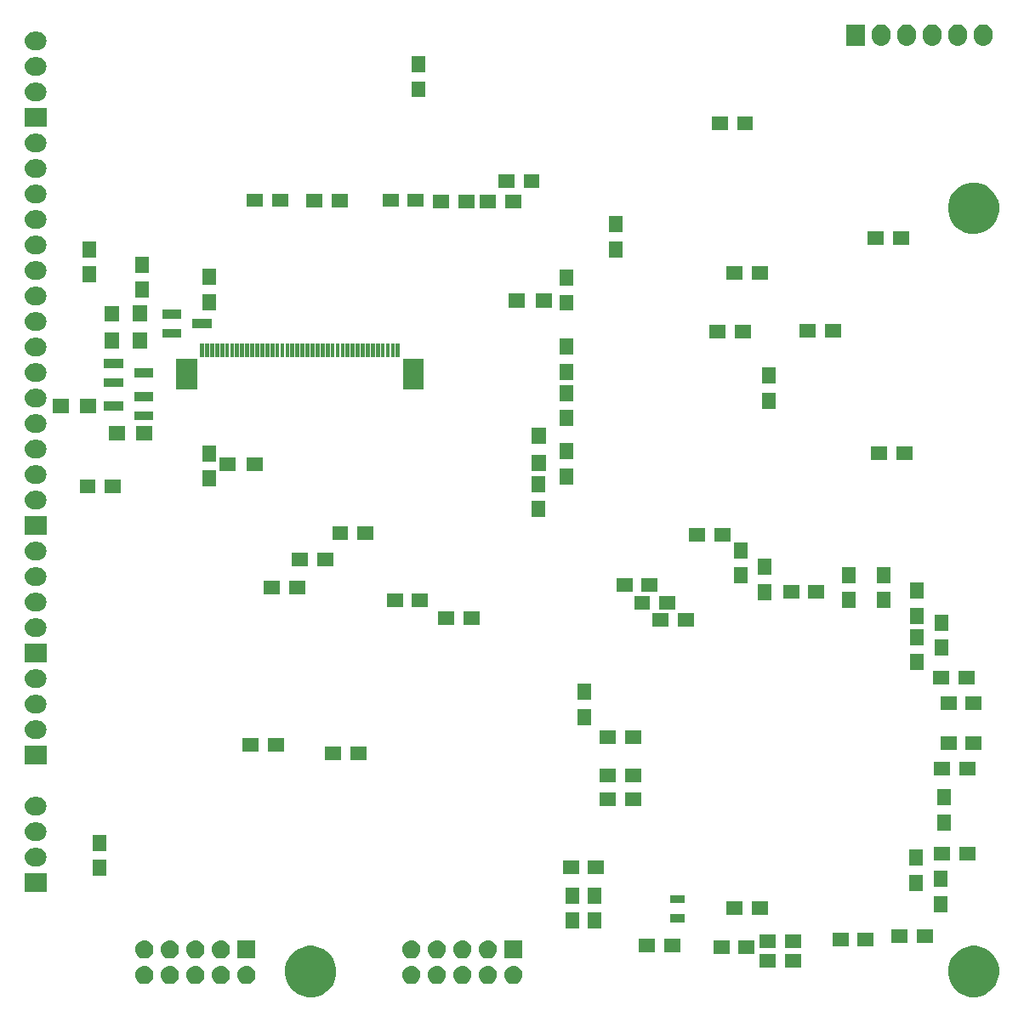
<source format=gbs>
G04 #@! TF.FileFunction,Soldermask,Bot*
%FSLAX46Y46*%
G04 Gerber Fmt 4.6, Leading zero omitted, Abs format (unit mm)*
G04 Created by KiCad (PCBNEW 0.201602281447+6595~42~ubuntu14.04.1-product) date tor  3 mar 2016 23:38:06*
%MOMM*%
G01*
G04 APERTURE LIST*
%ADD10C,0.100000*%
G04 APERTURE END LIST*
D10*
G36*
X115267920Y-143450897D02*
X115757944Y-143551484D01*
X116219095Y-143745334D01*
X116633806Y-144025060D01*
X116986298Y-144380022D01*
X117263122Y-144796675D01*
X117453749Y-145259171D01*
X117550859Y-145749616D01*
X117550859Y-145749628D01*
X117550909Y-145749881D01*
X117542931Y-146321247D01*
X117542874Y-146321497D01*
X117542874Y-146321509D01*
X117432107Y-146809053D01*
X117228641Y-147266046D01*
X116940287Y-147674812D01*
X116578030Y-148019784D01*
X116155666Y-148287825D01*
X115689277Y-148468725D01*
X115196645Y-148555590D01*
X114696510Y-148545113D01*
X114207944Y-148437695D01*
X113749548Y-148237427D01*
X113338774Y-147951931D01*
X112991283Y-147592094D01*
X112720296Y-147171605D01*
X112536148Y-146706499D01*
X112445845Y-146214477D01*
X112452829Y-145714288D01*
X112556834Y-145224984D01*
X112753899Y-144765196D01*
X113036518Y-144352441D01*
X113393922Y-144002446D01*
X113812506Y-143728532D01*
X114276319Y-143541140D01*
X114767695Y-143447404D01*
X115267920Y-143450897D01*
X115267920Y-143450897D01*
G37*
G36*
X181267920Y-143450897D02*
X181757944Y-143551484D01*
X182219095Y-143745334D01*
X182633806Y-144025060D01*
X182986298Y-144380022D01*
X183263122Y-144796675D01*
X183453749Y-145259171D01*
X183550859Y-145749616D01*
X183550859Y-145749628D01*
X183550909Y-145749881D01*
X183542931Y-146321247D01*
X183542874Y-146321497D01*
X183542874Y-146321509D01*
X183432107Y-146809053D01*
X183228641Y-147266046D01*
X182940287Y-147674812D01*
X182578030Y-148019784D01*
X182155666Y-148287825D01*
X181689277Y-148468725D01*
X181196645Y-148555590D01*
X180696510Y-148545113D01*
X180207944Y-148437695D01*
X179749548Y-148237427D01*
X179338774Y-147951931D01*
X178991283Y-147592094D01*
X178720296Y-147171605D01*
X178536148Y-146706499D01*
X178445845Y-146214477D01*
X178452829Y-145714288D01*
X178556834Y-145224984D01*
X178753899Y-144765196D01*
X179036518Y-144352441D01*
X179393922Y-144002446D01*
X179812506Y-143728532D01*
X180276319Y-143541140D01*
X180767695Y-143447404D01*
X181267920Y-143450897D01*
X181267920Y-143450897D01*
G37*
G36*
X98623829Y-145439847D02*
X98623834Y-145439849D01*
X98623866Y-145439852D01*
X98794344Y-145492624D01*
X98951326Y-145577504D01*
X99088831Y-145691258D01*
X99201623Y-145829555D01*
X99285405Y-145987125D01*
X99336985Y-146157968D01*
X99354400Y-146335576D01*
X99354400Y-146344424D01*
X99354311Y-146357191D01*
X99334418Y-146534538D01*
X99280457Y-146704644D01*
X99194484Y-146861030D01*
X99079772Y-146997738D01*
X98940692Y-147109561D01*
X98782540Y-147192241D01*
X98611341Y-147242627D01*
X98611325Y-147242628D01*
X98611306Y-147242634D01*
X98433617Y-147258804D01*
X98256171Y-147240153D01*
X98256166Y-147240151D01*
X98256134Y-147240148D01*
X98085656Y-147187376D01*
X97928674Y-147102496D01*
X97791169Y-146988742D01*
X97678377Y-146850445D01*
X97594595Y-146692875D01*
X97543015Y-146522032D01*
X97525600Y-146344424D01*
X97525600Y-146335576D01*
X97525689Y-146322809D01*
X97545582Y-146145462D01*
X97599543Y-145975356D01*
X97685516Y-145818970D01*
X97800228Y-145682262D01*
X97939308Y-145570439D01*
X98097460Y-145487759D01*
X98268659Y-145437373D01*
X98268675Y-145437372D01*
X98268694Y-145437366D01*
X98446383Y-145421196D01*
X98623829Y-145439847D01*
X98623829Y-145439847D01*
G37*
G36*
X106243829Y-145439847D02*
X106243834Y-145439849D01*
X106243866Y-145439852D01*
X106414344Y-145492624D01*
X106571326Y-145577504D01*
X106708831Y-145691258D01*
X106821623Y-145829555D01*
X106905405Y-145987125D01*
X106956985Y-146157968D01*
X106974400Y-146335576D01*
X106974400Y-146344424D01*
X106974311Y-146357191D01*
X106954418Y-146534538D01*
X106900457Y-146704644D01*
X106814484Y-146861030D01*
X106699772Y-146997738D01*
X106560692Y-147109561D01*
X106402540Y-147192241D01*
X106231341Y-147242627D01*
X106231325Y-147242628D01*
X106231306Y-147242634D01*
X106053617Y-147258804D01*
X105876171Y-147240153D01*
X105876166Y-147240151D01*
X105876134Y-147240148D01*
X105705656Y-147187376D01*
X105548674Y-147102496D01*
X105411169Y-146988742D01*
X105298377Y-146850445D01*
X105214595Y-146692875D01*
X105163015Y-146522032D01*
X105145600Y-146344424D01*
X105145600Y-146335576D01*
X105145689Y-146322809D01*
X105165582Y-146145462D01*
X105219543Y-145975356D01*
X105305516Y-145818970D01*
X105420228Y-145682262D01*
X105559308Y-145570439D01*
X105717460Y-145487759D01*
X105888659Y-145437373D01*
X105888675Y-145437372D01*
X105888694Y-145437366D01*
X106066383Y-145421196D01*
X106243829Y-145439847D01*
X106243829Y-145439847D01*
G37*
G36*
X125203829Y-145439847D02*
X125203834Y-145439849D01*
X125203866Y-145439852D01*
X125374344Y-145492624D01*
X125531326Y-145577504D01*
X125668831Y-145691258D01*
X125781623Y-145829555D01*
X125865405Y-145987125D01*
X125916985Y-146157968D01*
X125934400Y-146335576D01*
X125934400Y-146344424D01*
X125934311Y-146357191D01*
X125914418Y-146534538D01*
X125860457Y-146704644D01*
X125774484Y-146861030D01*
X125659772Y-146997738D01*
X125520692Y-147109561D01*
X125362540Y-147192241D01*
X125191341Y-147242627D01*
X125191325Y-147242628D01*
X125191306Y-147242634D01*
X125013617Y-147258804D01*
X124836171Y-147240153D01*
X124836166Y-147240151D01*
X124836134Y-147240148D01*
X124665656Y-147187376D01*
X124508674Y-147102496D01*
X124371169Y-146988742D01*
X124258377Y-146850445D01*
X124174595Y-146692875D01*
X124123015Y-146522032D01*
X124105600Y-146344424D01*
X124105600Y-146335576D01*
X124105689Y-146322809D01*
X124125582Y-146145462D01*
X124179543Y-145975356D01*
X124265516Y-145818970D01*
X124380228Y-145682262D01*
X124519308Y-145570439D01*
X124677460Y-145487759D01*
X124848659Y-145437373D01*
X124848675Y-145437372D01*
X124848694Y-145437366D01*
X125026383Y-145421196D01*
X125203829Y-145439847D01*
X125203829Y-145439847D01*
G37*
G36*
X130283829Y-145439847D02*
X130283834Y-145439849D01*
X130283866Y-145439852D01*
X130454344Y-145492624D01*
X130611326Y-145577504D01*
X130748831Y-145691258D01*
X130861623Y-145829555D01*
X130945405Y-145987125D01*
X130996985Y-146157968D01*
X131014400Y-146335576D01*
X131014400Y-146344424D01*
X131014311Y-146357191D01*
X130994418Y-146534538D01*
X130940457Y-146704644D01*
X130854484Y-146861030D01*
X130739772Y-146997738D01*
X130600692Y-147109561D01*
X130442540Y-147192241D01*
X130271341Y-147242627D01*
X130271325Y-147242628D01*
X130271306Y-147242634D01*
X130093617Y-147258804D01*
X129916171Y-147240153D01*
X129916166Y-147240151D01*
X129916134Y-147240148D01*
X129745656Y-147187376D01*
X129588674Y-147102496D01*
X129451169Y-146988742D01*
X129338377Y-146850445D01*
X129254595Y-146692875D01*
X129203015Y-146522032D01*
X129185600Y-146344424D01*
X129185600Y-146335576D01*
X129185689Y-146322809D01*
X129205582Y-146145462D01*
X129259543Y-145975356D01*
X129345516Y-145818970D01*
X129460228Y-145682262D01*
X129599308Y-145570439D01*
X129757460Y-145487759D01*
X129928659Y-145437373D01*
X129928675Y-145437372D01*
X129928694Y-145437366D01*
X130106383Y-145421196D01*
X130283829Y-145439847D01*
X130283829Y-145439847D01*
G37*
G36*
X108783829Y-145439847D02*
X108783834Y-145439849D01*
X108783866Y-145439852D01*
X108954344Y-145492624D01*
X109111326Y-145577504D01*
X109248831Y-145691258D01*
X109361623Y-145829555D01*
X109445405Y-145987125D01*
X109496985Y-146157968D01*
X109514400Y-146335576D01*
X109514400Y-146344424D01*
X109514311Y-146357191D01*
X109494418Y-146534538D01*
X109440457Y-146704644D01*
X109354484Y-146861030D01*
X109239772Y-146997738D01*
X109100692Y-147109561D01*
X108942540Y-147192241D01*
X108771341Y-147242627D01*
X108771325Y-147242628D01*
X108771306Y-147242634D01*
X108593617Y-147258804D01*
X108416171Y-147240153D01*
X108416166Y-147240151D01*
X108416134Y-147240148D01*
X108245656Y-147187376D01*
X108088674Y-147102496D01*
X107951169Y-146988742D01*
X107838377Y-146850445D01*
X107754595Y-146692875D01*
X107703015Y-146522032D01*
X107685600Y-146344424D01*
X107685600Y-146335576D01*
X107685689Y-146322809D01*
X107705582Y-146145462D01*
X107759543Y-145975356D01*
X107845516Y-145818970D01*
X107960228Y-145682262D01*
X108099308Y-145570439D01*
X108257460Y-145487759D01*
X108428659Y-145437373D01*
X108428675Y-145437372D01*
X108428694Y-145437366D01*
X108606383Y-145421196D01*
X108783829Y-145439847D01*
X108783829Y-145439847D01*
G37*
G36*
X103703829Y-145439847D02*
X103703834Y-145439849D01*
X103703866Y-145439852D01*
X103874344Y-145492624D01*
X104031326Y-145577504D01*
X104168831Y-145691258D01*
X104281623Y-145829555D01*
X104365405Y-145987125D01*
X104416985Y-146157968D01*
X104434400Y-146335576D01*
X104434400Y-146344424D01*
X104434311Y-146357191D01*
X104414418Y-146534538D01*
X104360457Y-146704644D01*
X104274484Y-146861030D01*
X104159772Y-146997738D01*
X104020692Y-147109561D01*
X103862540Y-147192241D01*
X103691341Y-147242627D01*
X103691325Y-147242628D01*
X103691306Y-147242634D01*
X103513617Y-147258804D01*
X103336171Y-147240153D01*
X103336166Y-147240151D01*
X103336134Y-147240148D01*
X103165656Y-147187376D01*
X103008674Y-147102496D01*
X102871169Y-146988742D01*
X102758377Y-146850445D01*
X102674595Y-146692875D01*
X102623015Y-146522032D01*
X102605600Y-146344424D01*
X102605600Y-146335576D01*
X102605689Y-146322809D01*
X102625582Y-146145462D01*
X102679543Y-145975356D01*
X102765516Y-145818970D01*
X102880228Y-145682262D01*
X103019308Y-145570439D01*
X103177460Y-145487759D01*
X103348659Y-145437373D01*
X103348675Y-145437372D01*
X103348694Y-145437366D01*
X103526383Y-145421196D01*
X103703829Y-145439847D01*
X103703829Y-145439847D01*
G37*
G36*
X132823829Y-145439847D02*
X132823834Y-145439849D01*
X132823866Y-145439852D01*
X132994344Y-145492624D01*
X133151326Y-145577504D01*
X133288831Y-145691258D01*
X133401623Y-145829555D01*
X133485405Y-145987125D01*
X133536985Y-146157968D01*
X133554400Y-146335576D01*
X133554400Y-146344424D01*
X133554311Y-146357191D01*
X133534418Y-146534538D01*
X133480457Y-146704644D01*
X133394484Y-146861030D01*
X133279772Y-146997738D01*
X133140692Y-147109561D01*
X132982540Y-147192241D01*
X132811341Y-147242627D01*
X132811325Y-147242628D01*
X132811306Y-147242634D01*
X132633617Y-147258804D01*
X132456171Y-147240153D01*
X132456166Y-147240151D01*
X132456134Y-147240148D01*
X132285656Y-147187376D01*
X132128674Y-147102496D01*
X131991169Y-146988742D01*
X131878377Y-146850445D01*
X131794595Y-146692875D01*
X131743015Y-146522032D01*
X131725600Y-146344424D01*
X131725600Y-146335576D01*
X131725689Y-146322809D01*
X131745582Y-146145462D01*
X131799543Y-145975356D01*
X131885516Y-145818970D01*
X132000228Y-145682262D01*
X132139308Y-145570439D01*
X132297460Y-145487759D01*
X132468659Y-145437373D01*
X132468675Y-145437372D01*
X132468694Y-145437366D01*
X132646383Y-145421196D01*
X132823829Y-145439847D01*
X132823829Y-145439847D01*
G37*
G36*
X127743829Y-145439847D02*
X127743834Y-145439849D01*
X127743866Y-145439852D01*
X127914344Y-145492624D01*
X128071326Y-145577504D01*
X128208831Y-145691258D01*
X128321623Y-145829555D01*
X128405405Y-145987125D01*
X128456985Y-146157968D01*
X128474400Y-146335576D01*
X128474400Y-146344424D01*
X128474311Y-146357191D01*
X128454418Y-146534538D01*
X128400457Y-146704644D01*
X128314484Y-146861030D01*
X128199772Y-146997738D01*
X128060692Y-147109561D01*
X127902540Y-147192241D01*
X127731341Y-147242627D01*
X127731325Y-147242628D01*
X127731306Y-147242634D01*
X127553617Y-147258804D01*
X127376171Y-147240153D01*
X127376166Y-147240151D01*
X127376134Y-147240148D01*
X127205656Y-147187376D01*
X127048674Y-147102496D01*
X126911169Y-146988742D01*
X126798377Y-146850445D01*
X126714595Y-146692875D01*
X126663015Y-146522032D01*
X126645600Y-146344424D01*
X126645600Y-146335576D01*
X126645689Y-146322809D01*
X126665582Y-146145462D01*
X126719543Y-145975356D01*
X126805516Y-145818970D01*
X126920228Y-145682262D01*
X127059308Y-145570439D01*
X127217460Y-145487759D01*
X127388659Y-145437373D01*
X127388675Y-145437372D01*
X127388694Y-145437366D01*
X127566383Y-145421196D01*
X127743829Y-145439847D01*
X127743829Y-145439847D01*
G37*
G36*
X101163829Y-145439847D02*
X101163834Y-145439849D01*
X101163866Y-145439852D01*
X101334344Y-145492624D01*
X101491326Y-145577504D01*
X101628831Y-145691258D01*
X101741623Y-145829555D01*
X101825405Y-145987125D01*
X101876985Y-146157968D01*
X101894400Y-146335576D01*
X101894400Y-146344424D01*
X101894311Y-146357191D01*
X101874418Y-146534538D01*
X101820457Y-146704644D01*
X101734484Y-146861030D01*
X101619772Y-146997738D01*
X101480692Y-147109561D01*
X101322540Y-147192241D01*
X101151341Y-147242627D01*
X101151325Y-147242628D01*
X101151306Y-147242634D01*
X100973617Y-147258804D01*
X100796171Y-147240153D01*
X100796166Y-147240151D01*
X100796134Y-147240148D01*
X100625656Y-147187376D01*
X100468674Y-147102496D01*
X100331169Y-146988742D01*
X100218377Y-146850445D01*
X100134595Y-146692875D01*
X100083015Y-146522032D01*
X100065600Y-146344424D01*
X100065600Y-146335576D01*
X100065689Y-146322809D01*
X100085582Y-146145462D01*
X100139543Y-145975356D01*
X100225516Y-145818970D01*
X100340228Y-145682262D01*
X100479308Y-145570439D01*
X100637460Y-145487759D01*
X100808659Y-145437373D01*
X100808675Y-145437372D01*
X100808694Y-145437366D01*
X100986383Y-145421196D01*
X101163829Y-145439847D01*
X101163829Y-145439847D01*
G37*
G36*
X135363829Y-145439847D02*
X135363834Y-145439849D01*
X135363866Y-145439852D01*
X135534344Y-145492624D01*
X135691326Y-145577504D01*
X135828831Y-145691258D01*
X135941623Y-145829555D01*
X136025405Y-145987125D01*
X136076985Y-146157968D01*
X136094400Y-146335576D01*
X136094400Y-146344424D01*
X136094311Y-146357191D01*
X136074418Y-146534538D01*
X136020457Y-146704644D01*
X135934484Y-146861030D01*
X135819772Y-146997738D01*
X135680692Y-147109561D01*
X135522540Y-147192241D01*
X135351341Y-147242627D01*
X135351325Y-147242628D01*
X135351306Y-147242634D01*
X135173617Y-147258804D01*
X134996171Y-147240153D01*
X134996166Y-147240151D01*
X134996134Y-147240148D01*
X134825656Y-147187376D01*
X134668674Y-147102496D01*
X134531169Y-146988742D01*
X134418377Y-146850445D01*
X134334595Y-146692875D01*
X134283015Y-146522032D01*
X134265600Y-146344424D01*
X134265600Y-146335576D01*
X134265689Y-146322809D01*
X134285582Y-146145462D01*
X134339543Y-145975356D01*
X134425516Y-145818970D01*
X134540228Y-145682262D01*
X134679308Y-145570439D01*
X134837460Y-145487759D01*
X135008659Y-145437373D01*
X135008675Y-145437372D01*
X135008694Y-145437366D01*
X135186383Y-145421196D01*
X135363829Y-145439847D01*
X135363829Y-145439847D01*
G37*
G36*
X161300800Y-145625800D02*
X159699200Y-145625800D01*
X159699200Y-144274200D01*
X161300800Y-144274200D01*
X161300800Y-145625800D01*
X161300800Y-145625800D01*
G37*
G36*
X163800800Y-145625800D02*
X162199200Y-145625800D01*
X162199200Y-144274200D01*
X163800800Y-144274200D01*
X163800800Y-145625800D01*
X163800800Y-145625800D01*
G37*
G36*
X130283829Y-142899847D02*
X130283834Y-142899849D01*
X130283866Y-142899852D01*
X130454344Y-142952624D01*
X130611326Y-143037504D01*
X130748831Y-143151258D01*
X130861623Y-143289555D01*
X130945405Y-143447125D01*
X130996985Y-143617968D01*
X131014400Y-143795576D01*
X131014400Y-143804424D01*
X131014311Y-143817191D01*
X130994418Y-143994538D01*
X130940457Y-144164644D01*
X130854484Y-144321030D01*
X130739772Y-144457738D01*
X130600692Y-144569561D01*
X130442540Y-144652241D01*
X130271341Y-144702627D01*
X130271325Y-144702628D01*
X130271306Y-144702634D01*
X130093617Y-144718804D01*
X129916171Y-144700153D01*
X129916166Y-144700151D01*
X129916134Y-144700148D01*
X129745656Y-144647376D01*
X129588674Y-144562496D01*
X129451169Y-144448742D01*
X129338377Y-144310445D01*
X129254595Y-144152875D01*
X129203015Y-143982032D01*
X129185600Y-143804424D01*
X129185600Y-143795576D01*
X129185689Y-143782809D01*
X129205582Y-143605462D01*
X129259543Y-143435356D01*
X129345516Y-143278970D01*
X129460228Y-143142262D01*
X129599308Y-143030439D01*
X129757460Y-142947759D01*
X129928659Y-142897373D01*
X129928675Y-142897372D01*
X129928694Y-142897366D01*
X130106383Y-142881196D01*
X130283829Y-142899847D01*
X130283829Y-142899847D01*
G37*
G36*
X98623829Y-142899847D02*
X98623834Y-142899849D01*
X98623866Y-142899852D01*
X98794344Y-142952624D01*
X98951326Y-143037504D01*
X99088831Y-143151258D01*
X99201623Y-143289555D01*
X99285405Y-143447125D01*
X99336985Y-143617968D01*
X99354400Y-143795576D01*
X99354400Y-143804424D01*
X99354311Y-143817191D01*
X99334418Y-143994538D01*
X99280457Y-144164644D01*
X99194484Y-144321030D01*
X99079772Y-144457738D01*
X98940692Y-144569561D01*
X98782540Y-144652241D01*
X98611341Y-144702627D01*
X98611325Y-144702628D01*
X98611306Y-144702634D01*
X98433617Y-144718804D01*
X98256171Y-144700153D01*
X98256166Y-144700151D01*
X98256134Y-144700148D01*
X98085656Y-144647376D01*
X97928674Y-144562496D01*
X97791169Y-144448742D01*
X97678377Y-144310445D01*
X97594595Y-144152875D01*
X97543015Y-143982032D01*
X97525600Y-143804424D01*
X97525600Y-143795576D01*
X97525689Y-143782809D01*
X97545582Y-143605462D01*
X97599543Y-143435356D01*
X97685516Y-143278970D01*
X97800228Y-143142262D01*
X97939308Y-143030439D01*
X98097460Y-142947759D01*
X98268659Y-142897373D01*
X98268675Y-142897372D01*
X98268694Y-142897366D01*
X98446383Y-142881196D01*
X98623829Y-142899847D01*
X98623829Y-142899847D01*
G37*
G36*
X101163829Y-142899847D02*
X101163834Y-142899849D01*
X101163866Y-142899852D01*
X101334344Y-142952624D01*
X101491326Y-143037504D01*
X101628831Y-143151258D01*
X101741623Y-143289555D01*
X101825405Y-143447125D01*
X101876985Y-143617968D01*
X101894400Y-143795576D01*
X101894400Y-143804424D01*
X101894311Y-143817191D01*
X101874418Y-143994538D01*
X101820457Y-144164644D01*
X101734484Y-144321030D01*
X101619772Y-144457738D01*
X101480692Y-144569561D01*
X101322540Y-144652241D01*
X101151341Y-144702627D01*
X101151325Y-144702628D01*
X101151306Y-144702634D01*
X100973617Y-144718804D01*
X100796171Y-144700153D01*
X100796166Y-144700151D01*
X100796134Y-144700148D01*
X100625656Y-144647376D01*
X100468674Y-144562496D01*
X100331169Y-144448742D01*
X100218377Y-144310445D01*
X100134595Y-144152875D01*
X100083015Y-143982032D01*
X100065600Y-143804424D01*
X100065600Y-143795576D01*
X100065689Y-143782809D01*
X100085582Y-143605462D01*
X100139543Y-143435356D01*
X100225516Y-143278970D01*
X100340228Y-143142262D01*
X100479308Y-143030439D01*
X100637460Y-142947759D01*
X100808659Y-142897373D01*
X100808675Y-142897372D01*
X100808694Y-142897366D01*
X100986383Y-142881196D01*
X101163829Y-142899847D01*
X101163829Y-142899847D01*
G37*
G36*
X103703829Y-142899847D02*
X103703834Y-142899849D01*
X103703866Y-142899852D01*
X103874344Y-142952624D01*
X104031326Y-143037504D01*
X104168831Y-143151258D01*
X104281623Y-143289555D01*
X104365405Y-143447125D01*
X104416985Y-143617968D01*
X104434400Y-143795576D01*
X104434400Y-143804424D01*
X104434311Y-143817191D01*
X104414418Y-143994538D01*
X104360457Y-144164644D01*
X104274484Y-144321030D01*
X104159772Y-144457738D01*
X104020692Y-144569561D01*
X103862540Y-144652241D01*
X103691341Y-144702627D01*
X103691325Y-144702628D01*
X103691306Y-144702634D01*
X103513617Y-144718804D01*
X103336171Y-144700153D01*
X103336166Y-144700151D01*
X103336134Y-144700148D01*
X103165656Y-144647376D01*
X103008674Y-144562496D01*
X102871169Y-144448742D01*
X102758377Y-144310445D01*
X102674595Y-144152875D01*
X102623015Y-143982032D01*
X102605600Y-143804424D01*
X102605600Y-143795576D01*
X102605689Y-143782809D01*
X102625582Y-143605462D01*
X102679543Y-143435356D01*
X102765516Y-143278970D01*
X102880228Y-143142262D01*
X103019308Y-143030439D01*
X103177460Y-142947759D01*
X103348659Y-142897373D01*
X103348675Y-142897372D01*
X103348694Y-142897366D01*
X103526383Y-142881196D01*
X103703829Y-142899847D01*
X103703829Y-142899847D01*
G37*
G36*
X106243829Y-142899847D02*
X106243834Y-142899849D01*
X106243866Y-142899852D01*
X106414344Y-142952624D01*
X106571326Y-143037504D01*
X106708831Y-143151258D01*
X106821623Y-143289555D01*
X106905405Y-143447125D01*
X106956985Y-143617968D01*
X106974400Y-143795576D01*
X106974400Y-143804424D01*
X106974311Y-143817191D01*
X106954418Y-143994538D01*
X106900457Y-144164644D01*
X106814484Y-144321030D01*
X106699772Y-144457738D01*
X106560692Y-144569561D01*
X106402540Y-144652241D01*
X106231341Y-144702627D01*
X106231325Y-144702628D01*
X106231306Y-144702634D01*
X106053617Y-144718804D01*
X105876171Y-144700153D01*
X105876166Y-144700151D01*
X105876134Y-144700148D01*
X105705656Y-144647376D01*
X105548674Y-144562496D01*
X105411169Y-144448742D01*
X105298377Y-144310445D01*
X105214595Y-144152875D01*
X105163015Y-143982032D01*
X105145600Y-143804424D01*
X105145600Y-143795576D01*
X105145689Y-143782809D01*
X105165582Y-143605462D01*
X105219543Y-143435356D01*
X105305516Y-143278970D01*
X105420228Y-143142262D01*
X105559308Y-143030439D01*
X105717460Y-142947759D01*
X105888659Y-142897373D01*
X105888675Y-142897372D01*
X105888694Y-142897366D01*
X106066383Y-142881196D01*
X106243829Y-142899847D01*
X106243829Y-142899847D01*
G37*
G36*
X125203829Y-142899847D02*
X125203834Y-142899849D01*
X125203866Y-142899852D01*
X125374344Y-142952624D01*
X125531326Y-143037504D01*
X125668831Y-143151258D01*
X125781623Y-143289555D01*
X125865405Y-143447125D01*
X125916985Y-143617968D01*
X125934400Y-143795576D01*
X125934400Y-143804424D01*
X125934311Y-143817191D01*
X125914418Y-143994538D01*
X125860457Y-144164644D01*
X125774484Y-144321030D01*
X125659772Y-144457738D01*
X125520692Y-144569561D01*
X125362540Y-144652241D01*
X125191341Y-144702627D01*
X125191325Y-144702628D01*
X125191306Y-144702634D01*
X125013617Y-144718804D01*
X124836171Y-144700153D01*
X124836166Y-144700151D01*
X124836134Y-144700148D01*
X124665656Y-144647376D01*
X124508674Y-144562496D01*
X124371169Y-144448742D01*
X124258377Y-144310445D01*
X124174595Y-144152875D01*
X124123015Y-143982032D01*
X124105600Y-143804424D01*
X124105600Y-143795576D01*
X124105689Y-143782809D01*
X124125582Y-143605462D01*
X124179543Y-143435356D01*
X124265516Y-143278970D01*
X124380228Y-143142262D01*
X124519308Y-143030439D01*
X124677460Y-142947759D01*
X124848659Y-142897373D01*
X124848675Y-142897372D01*
X124848694Y-142897366D01*
X125026383Y-142881196D01*
X125203829Y-142899847D01*
X125203829Y-142899847D01*
G37*
G36*
X127743829Y-142899847D02*
X127743834Y-142899849D01*
X127743866Y-142899852D01*
X127914344Y-142952624D01*
X128071326Y-143037504D01*
X128208831Y-143151258D01*
X128321623Y-143289555D01*
X128405405Y-143447125D01*
X128456985Y-143617968D01*
X128474400Y-143795576D01*
X128474400Y-143804424D01*
X128474311Y-143817191D01*
X128454418Y-143994538D01*
X128400457Y-144164644D01*
X128314484Y-144321030D01*
X128199772Y-144457738D01*
X128060692Y-144569561D01*
X127902540Y-144652241D01*
X127731341Y-144702627D01*
X127731325Y-144702628D01*
X127731306Y-144702634D01*
X127553617Y-144718804D01*
X127376171Y-144700153D01*
X127376166Y-144700151D01*
X127376134Y-144700148D01*
X127205656Y-144647376D01*
X127048674Y-144562496D01*
X126911169Y-144448742D01*
X126798377Y-144310445D01*
X126714595Y-144152875D01*
X126663015Y-143982032D01*
X126645600Y-143804424D01*
X126645600Y-143795576D01*
X126645689Y-143782809D01*
X126665582Y-143605462D01*
X126719543Y-143435356D01*
X126805516Y-143278970D01*
X126920228Y-143142262D01*
X127059308Y-143030439D01*
X127217460Y-142947759D01*
X127388659Y-142897373D01*
X127388675Y-142897372D01*
X127388694Y-142897366D01*
X127566383Y-142881196D01*
X127743829Y-142899847D01*
X127743829Y-142899847D01*
G37*
G36*
X132823829Y-142899847D02*
X132823834Y-142899849D01*
X132823866Y-142899852D01*
X132994344Y-142952624D01*
X133151326Y-143037504D01*
X133288831Y-143151258D01*
X133401623Y-143289555D01*
X133485405Y-143447125D01*
X133536985Y-143617968D01*
X133554400Y-143795576D01*
X133554400Y-143804424D01*
X133554311Y-143817191D01*
X133534418Y-143994538D01*
X133480457Y-144164644D01*
X133394484Y-144321030D01*
X133279772Y-144457738D01*
X133140692Y-144569561D01*
X132982540Y-144652241D01*
X132811341Y-144702627D01*
X132811325Y-144702628D01*
X132811306Y-144702634D01*
X132633617Y-144718804D01*
X132456171Y-144700153D01*
X132456166Y-144700151D01*
X132456134Y-144700148D01*
X132285656Y-144647376D01*
X132128674Y-144562496D01*
X131991169Y-144448742D01*
X131878377Y-144310445D01*
X131794595Y-144152875D01*
X131743015Y-143982032D01*
X131725600Y-143804424D01*
X131725600Y-143795576D01*
X131725689Y-143782809D01*
X131745582Y-143605462D01*
X131799543Y-143435356D01*
X131885516Y-143278970D01*
X132000228Y-143142262D01*
X132139308Y-143030439D01*
X132297460Y-142947759D01*
X132468659Y-142897373D01*
X132468675Y-142897372D01*
X132468694Y-142897366D01*
X132646383Y-142881196D01*
X132823829Y-142899847D01*
X132823829Y-142899847D01*
G37*
G36*
X109514400Y-144714400D02*
X107685600Y-144714400D01*
X107685600Y-142885600D01*
X109514400Y-142885600D01*
X109514400Y-144714400D01*
X109514400Y-144714400D01*
G37*
G36*
X136094400Y-144714400D02*
X134265600Y-144714400D01*
X134265600Y-142885600D01*
X136094400Y-142885600D01*
X136094400Y-144714400D01*
X136094400Y-144714400D01*
G37*
G36*
X159200800Y-144275800D02*
X157599200Y-144275800D01*
X157599200Y-142924200D01*
X159200800Y-142924200D01*
X159200800Y-144275800D01*
X159200800Y-144275800D01*
G37*
G36*
X156700800Y-144275800D02*
X155099200Y-144275800D01*
X155099200Y-142924200D01*
X156700800Y-142924200D01*
X156700800Y-144275800D01*
X156700800Y-144275800D01*
G37*
G36*
X151800800Y-144125800D02*
X150199200Y-144125800D01*
X150199200Y-142774200D01*
X151800800Y-142774200D01*
X151800800Y-144125800D01*
X151800800Y-144125800D01*
G37*
G36*
X149300800Y-144125800D02*
X147699200Y-144125800D01*
X147699200Y-142774200D01*
X149300800Y-142774200D01*
X149300800Y-144125800D01*
X149300800Y-144125800D01*
G37*
G36*
X163800800Y-143625800D02*
X162199200Y-143625800D01*
X162199200Y-142274200D01*
X163800800Y-142274200D01*
X163800800Y-143625800D01*
X163800800Y-143625800D01*
G37*
G36*
X161300800Y-143625800D02*
X159699200Y-143625800D01*
X159699200Y-142274200D01*
X161300800Y-142274200D01*
X161300800Y-143625800D01*
X161300800Y-143625800D01*
G37*
G36*
X168550800Y-143475800D02*
X166949200Y-143475800D01*
X166949200Y-142124200D01*
X168550800Y-142124200D01*
X168550800Y-143475800D01*
X168550800Y-143475800D01*
G37*
G36*
X171050800Y-143475800D02*
X169449200Y-143475800D01*
X169449200Y-142124200D01*
X171050800Y-142124200D01*
X171050800Y-143475800D01*
X171050800Y-143475800D01*
G37*
G36*
X176950800Y-143125800D02*
X175349200Y-143125800D01*
X175349200Y-141774200D01*
X176950800Y-141774200D01*
X176950800Y-143125800D01*
X176950800Y-143125800D01*
G37*
G36*
X174450800Y-143125800D02*
X172849200Y-143125800D01*
X172849200Y-141774200D01*
X174450800Y-141774200D01*
X174450800Y-143125800D01*
X174450800Y-143125800D01*
G37*
G36*
X141775800Y-141750800D02*
X140424200Y-141750800D01*
X140424200Y-140149200D01*
X141775800Y-140149200D01*
X141775800Y-141750800D01*
X141775800Y-141750800D01*
G37*
G36*
X143925800Y-141750800D02*
X142574200Y-141750800D01*
X142574200Y-140149200D01*
X143925800Y-140149200D01*
X143925800Y-141750800D01*
X143925800Y-141750800D01*
G37*
G36*
X152200800Y-141100800D02*
X150799200Y-141100800D01*
X150799200Y-140299200D01*
X152200800Y-140299200D01*
X152200800Y-141100800D01*
X152200800Y-141100800D01*
G37*
G36*
X158000800Y-140325800D02*
X156399200Y-140325800D01*
X156399200Y-138974200D01*
X158000800Y-138974200D01*
X158000800Y-140325800D01*
X158000800Y-140325800D01*
G37*
G36*
X160500800Y-140325800D02*
X158899200Y-140325800D01*
X158899200Y-138974200D01*
X160500800Y-138974200D01*
X160500800Y-140325800D01*
X160500800Y-140325800D01*
G37*
G36*
X178425800Y-140100800D02*
X177074200Y-140100800D01*
X177074200Y-138499200D01*
X178425800Y-138499200D01*
X178425800Y-140100800D01*
X178425800Y-140100800D01*
G37*
G36*
X143925800Y-139250800D02*
X142574200Y-139250800D01*
X142574200Y-137649200D01*
X143925800Y-137649200D01*
X143925800Y-139250800D01*
X143925800Y-139250800D01*
G37*
G36*
X141775800Y-139250800D02*
X140424200Y-139250800D01*
X140424200Y-137649200D01*
X141775800Y-137649200D01*
X141775800Y-139250800D01*
X141775800Y-139250800D01*
G37*
G36*
X152200800Y-139200800D02*
X150799200Y-139200800D01*
X150799200Y-138399200D01*
X152200800Y-138399200D01*
X152200800Y-139200800D01*
X152200800Y-139200800D01*
G37*
G36*
X88696800Y-138074400D02*
X86563200Y-138074400D01*
X86563200Y-136245600D01*
X88696800Y-136245600D01*
X88696800Y-138074400D01*
X88696800Y-138074400D01*
G37*
G36*
X175925800Y-137950800D02*
X174574200Y-137950800D01*
X174574200Y-136349200D01*
X175925800Y-136349200D01*
X175925800Y-137950800D01*
X175925800Y-137950800D01*
G37*
G36*
X178425800Y-137600800D02*
X177074200Y-137600800D01*
X177074200Y-135999200D01*
X178425800Y-135999200D01*
X178425800Y-137600800D01*
X178425800Y-137600800D01*
G37*
G36*
X94625800Y-136500800D02*
X93274200Y-136500800D01*
X93274200Y-134899200D01*
X94625800Y-134899200D01*
X94625800Y-136500800D01*
X94625800Y-136500800D01*
G37*
G36*
X141700800Y-136275800D02*
X140099200Y-136275800D01*
X140099200Y-134924200D01*
X141700800Y-134924200D01*
X141700800Y-136275800D01*
X141700800Y-136275800D01*
G37*
G36*
X144200800Y-136275800D02*
X142599200Y-136275800D01*
X142599200Y-134924200D01*
X144200800Y-134924200D01*
X144200800Y-136275800D01*
X144200800Y-136275800D01*
G37*
G36*
X87798777Y-133705678D02*
X87798779Y-133705678D01*
X87800329Y-133705689D01*
X87977676Y-133725582D01*
X88147782Y-133779543D01*
X88304168Y-133865516D01*
X88440876Y-133980228D01*
X88552699Y-134119308D01*
X88635379Y-134277460D01*
X88685765Y-134448659D01*
X88685767Y-134448680D01*
X88685771Y-134448694D01*
X88701941Y-134626383D01*
X88683290Y-134803829D01*
X88683286Y-134803866D01*
X88630514Y-134974344D01*
X88545634Y-135131326D01*
X88431880Y-135268831D01*
X88293583Y-135381623D01*
X88136013Y-135465405D01*
X87965170Y-135516985D01*
X87787562Y-135534400D01*
X87472377Y-135534400D01*
X87461223Y-135534322D01*
X87461221Y-135534322D01*
X87459671Y-135534311D01*
X87282324Y-135514418D01*
X87112218Y-135460457D01*
X86955832Y-135374484D01*
X86819124Y-135259772D01*
X86707301Y-135120692D01*
X86624621Y-134962540D01*
X86574235Y-134791341D01*
X86574233Y-134791320D01*
X86574229Y-134791306D01*
X86558059Y-134613617D01*
X86576710Y-134436171D01*
X86576710Y-134436170D01*
X86576714Y-134436134D01*
X86629486Y-134265656D01*
X86714366Y-134108674D01*
X86828120Y-133971169D01*
X86966417Y-133858377D01*
X87123987Y-133774595D01*
X87294830Y-133723015D01*
X87472438Y-133705600D01*
X87787623Y-133705600D01*
X87798777Y-133705678D01*
X87798777Y-133705678D01*
G37*
G36*
X175925800Y-135450800D02*
X174574200Y-135450800D01*
X174574200Y-133849200D01*
X175925800Y-133849200D01*
X175925800Y-135450800D01*
X175925800Y-135450800D01*
G37*
G36*
X181150800Y-134925800D02*
X179549200Y-134925800D01*
X179549200Y-133574200D01*
X181150800Y-133574200D01*
X181150800Y-134925800D01*
X181150800Y-134925800D01*
G37*
G36*
X178650800Y-134925800D02*
X177049200Y-134925800D01*
X177049200Y-133574200D01*
X178650800Y-133574200D01*
X178650800Y-134925800D01*
X178650800Y-134925800D01*
G37*
G36*
X94625800Y-134000800D02*
X93274200Y-134000800D01*
X93274200Y-132399200D01*
X94625800Y-132399200D01*
X94625800Y-134000800D01*
X94625800Y-134000800D01*
G37*
G36*
X87798777Y-131165678D02*
X87798779Y-131165678D01*
X87800329Y-131165689D01*
X87977676Y-131185582D01*
X88147782Y-131239543D01*
X88304168Y-131325516D01*
X88440876Y-131440228D01*
X88552699Y-131579308D01*
X88635379Y-131737460D01*
X88685765Y-131908659D01*
X88685767Y-131908680D01*
X88685771Y-131908694D01*
X88701941Y-132086383D01*
X88683290Y-132263829D01*
X88683286Y-132263866D01*
X88630514Y-132434344D01*
X88545634Y-132591326D01*
X88431880Y-132728831D01*
X88293583Y-132841623D01*
X88136013Y-132925405D01*
X87965170Y-132976985D01*
X87787562Y-132994400D01*
X87472377Y-132994400D01*
X87461223Y-132994322D01*
X87461221Y-132994322D01*
X87459671Y-132994311D01*
X87282324Y-132974418D01*
X87112218Y-132920457D01*
X86955832Y-132834484D01*
X86819124Y-132719772D01*
X86707301Y-132580692D01*
X86624621Y-132422540D01*
X86574235Y-132251341D01*
X86574233Y-132251320D01*
X86574229Y-132251306D01*
X86558059Y-132073617D01*
X86576710Y-131896171D01*
X86576710Y-131896170D01*
X86576714Y-131896134D01*
X86629486Y-131725656D01*
X86714366Y-131568674D01*
X86828120Y-131431169D01*
X86966417Y-131318377D01*
X87123987Y-131234595D01*
X87294830Y-131183015D01*
X87472438Y-131165600D01*
X87787623Y-131165600D01*
X87798777Y-131165678D01*
X87798777Y-131165678D01*
G37*
G36*
X178725800Y-131950800D02*
X177374200Y-131950800D01*
X177374200Y-130349200D01*
X178725800Y-130349200D01*
X178725800Y-131950800D01*
X178725800Y-131950800D01*
G37*
G36*
X87798777Y-128625678D02*
X87798779Y-128625678D01*
X87800329Y-128625689D01*
X87977676Y-128645582D01*
X88147782Y-128699543D01*
X88304168Y-128785516D01*
X88440876Y-128900228D01*
X88552699Y-129039308D01*
X88635379Y-129197460D01*
X88685765Y-129368659D01*
X88685767Y-129368680D01*
X88685771Y-129368694D01*
X88701941Y-129546383D01*
X88683290Y-129723829D01*
X88683286Y-129723866D01*
X88630514Y-129894344D01*
X88545634Y-130051326D01*
X88431880Y-130188831D01*
X88293583Y-130301623D01*
X88136013Y-130385405D01*
X87965170Y-130436985D01*
X87787562Y-130454400D01*
X87472377Y-130454400D01*
X87461223Y-130454322D01*
X87461221Y-130454322D01*
X87459671Y-130454311D01*
X87282324Y-130434418D01*
X87112218Y-130380457D01*
X86955832Y-130294484D01*
X86819124Y-130179772D01*
X86707301Y-130040692D01*
X86624621Y-129882540D01*
X86574235Y-129711341D01*
X86574233Y-129711320D01*
X86574229Y-129711306D01*
X86558059Y-129533617D01*
X86576710Y-129356171D01*
X86576710Y-129356170D01*
X86576714Y-129356134D01*
X86629486Y-129185656D01*
X86714366Y-129028674D01*
X86828120Y-128891169D01*
X86966417Y-128778377D01*
X87123987Y-128694595D01*
X87294830Y-128643015D01*
X87472438Y-128625600D01*
X87787623Y-128625600D01*
X87798777Y-128625678D01*
X87798777Y-128625678D01*
G37*
G36*
X147900800Y-129525800D02*
X146299200Y-129525800D01*
X146299200Y-128174200D01*
X147900800Y-128174200D01*
X147900800Y-129525800D01*
X147900800Y-129525800D01*
G37*
G36*
X145400800Y-129525800D02*
X143799200Y-129525800D01*
X143799200Y-128174200D01*
X145400800Y-128174200D01*
X145400800Y-129525800D01*
X145400800Y-129525800D01*
G37*
G36*
X178725800Y-129450800D02*
X177374200Y-129450800D01*
X177374200Y-127849200D01*
X178725800Y-127849200D01*
X178725800Y-129450800D01*
X178725800Y-129450800D01*
G37*
G36*
X145400800Y-127175800D02*
X143799200Y-127175800D01*
X143799200Y-125824200D01*
X145400800Y-125824200D01*
X145400800Y-127175800D01*
X145400800Y-127175800D01*
G37*
G36*
X147900800Y-127175800D02*
X146299200Y-127175800D01*
X146299200Y-125824200D01*
X147900800Y-125824200D01*
X147900800Y-127175800D01*
X147900800Y-127175800D01*
G37*
G36*
X181150800Y-126475800D02*
X179549200Y-126475800D01*
X179549200Y-125124200D01*
X181150800Y-125124200D01*
X181150800Y-126475800D01*
X181150800Y-126475800D01*
G37*
G36*
X178650800Y-126475800D02*
X177049200Y-126475800D01*
X177049200Y-125124200D01*
X178650800Y-125124200D01*
X178650800Y-126475800D01*
X178650800Y-126475800D01*
G37*
G36*
X88696800Y-125374400D02*
X86563200Y-125374400D01*
X86563200Y-123545600D01*
X88696800Y-123545600D01*
X88696800Y-125374400D01*
X88696800Y-125374400D01*
G37*
G36*
X120550800Y-124925800D02*
X118949200Y-124925800D01*
X118949200Y-123574200D01*
X120550800Y-123574200D01*
X120550800Y-124925800D01*
X120550800Y-124925800D01*
G37*
G36*
X118050800Y-124925800D02*
X116449200Y-124925800D01*
X116449200Y-123574200D01*
X118050800Y-123574200D01*
X118050800Y-124925800D01*
X118050800Y-124925800D01*
G37*
G36*
X109850800Y-124125800D02*
X108249200Y-124125800D01*
X108249200Y-122774200D01*
X109850800Y-122774200D01*
X109850800Y-124125800D01*
X109850800Y-124125800D01*
G37*
G36*
X112350800Y-124125800D02*
X110749200Y-124125800D01*
X110749200Y-122774200D01*
X112350800Y-122774200D01*
X112350800Y-124125800D01*
X112350800Y-124125800D01*
G37*
G36*
X179300800Y-123925800D02*
X177699200Y-123925800D01*
X177699200Y-122574200D01*
X179300800Y-122574200D01*
X179300800Y-123925800D01*
X179300800Y-123925800D01*
G37*
G36*
X181800800Y-123925800D02*
X180199200Y-123925800D01*
X180199200Y-122574200D01*
X181800800Y-122574200D01*
X181800800Y-123925800D01*
X181800800Y-123925800D01*
G37*
G36*
X145400800Y-123375800D02*
X143799200Y-123375800D01*
X143799200Y-122024200D01*
X145400800Y-122024200D01*
X145400800Y-123375800D01*
X145400800Y-123375800D01*
G37*
G36*
X147900800Y-123375800D02*
X146299200Y-123375800D01*
X146299200Y-122024200D01*
X147900800Y-122024200D01*
X147900800Y-123375800D01*
X147900800Y-123375800D01*
G37*
G36*
X87798777Y-121005678D02*
X87798779Y-121005678D01*
X87800329Y-121005689D01*
X87977676Y-121025582D01*
X88147782Y-121079543D01*
X88304168Y-121165516D01*
X88440876Y-121280228D01*
X88552699Y-121419308D01*
X88635379Y-121577460D01*
X88685765Y-121748659D01*
X88685767Y-121748680D01*
X88685771Y-121748694D01*
X88701941Y-121926383D01*
X88683290Y-122103829D01*
X88683286Y-122103866D01*
X88630514Y-122274344D01*
X88545634Y-122431326D01*
X88431880Y-122568831D01*
X88293583Y-122681623D01*
X88136013Y-122765405D01*
X87965170Y-122816985D01*
X87787562Y-122834400D01*
X87472377Y-122834400D01*
X87461223Y-122834322D01*
X87461221Y-122834322D01*
X87459671Y-122834311D01*
X87282324Y-122814418D01*
X87112218Y-122760457D01*
X86955832Y-122674484D01*
X86819124Y-122559772D01*
X86707301Y-122420692D01*
X86624621Y-122262540D01*
X86574235Y-122091341D01*
X86574233Y-122091320D01*
X86574229Y-122091306D01*
X86558059Y-121913617D01*
X86576710Y-121736171D01*
X86576710Y-121736170D01*
X86576714Y-121736134D01*
X86629486Y-121565656D01*
X86714366Y-121408674D01*
X86828120Y-121271169D01*
X86966417Y-121158377D01*
X87123987Y-121074595D01*
X87294830Y-121023015D01*
X87472438Y-121005600D01*
X87787623Y-121005600D01*
X87798777Y-121005678D01*
X87798777Y-121005678D01*
G37*
G36*
X142925800Y-121450800D02*
X141574200Y-121450800D01*
X141574200Y-119849200D01*
X142925800Y-119849200D01*
X142925800Y-121450800D01*
X142925800Y-121450800D01*
G37*
G36*
X87798777Y-118465678D02*
X87798779Y-118465678D01*
X87800329Y-118465689D01*
X87977676Y-118485582D01*
X88147782Y-118539543D01*
X88304168Y-118625516D01*
X88440876Y-118740228D01*
X88552699Y-118879308D01*
X88635379Y-119037460D01*
X88685765Y-119208659D01*
X88685767Y-119208680D01*
X88685771Y-119208694D01*
X88701941Y-119386383D01*
X88683290Y-119563829D01*
X88683286Y-119563866D01*
X88630514Y-119734344D01*
X88545634Y-119891326D01*
X88431880Y-120028831D01*
X88293583Y-120141623D01*
X88136013Y-120225405D01*
X87965170Y-120276985D01*
X87787562Y-120294400D01*
X87472377Y-120294400D01*
X87461223Y-120294322D01*
X87461221Y-120294322D01*
X87459671Y-120294311D01*
X87282324Y-120274418D01*
X87112218Y-120220457D01*
X86955832Y-120134484D01*
X86819124Y-120019772D01*
X86707301Y-119880692D01*
X86624621Y-119722540D01*
X86574235Y-119551341D01*
X86574233Y-119551320D01*
X86574229Y-119551306D01*
X86558059Y-119373617D01*
X86576710Y-119196171D01*
X86576710Y-119196170D01*
X86576714Y-119196134D01*
X86629486Y-119025656D01*
X86714366Y-118868674D01*
X86828120Y-118731169D01*
X86966417Y-118618377D01*
X87123987Y-118534595D01*
X87294830Y-118483015D01*
X87472438Y-118465600D01*
X87787623Y-118465600D01*
X87798777Y-118465678D01*
X87798777Y-118465678D01*
G37*
G36*
X179300800Y-119975800D02*
X177699200Y-119975800D01*
X177699200Y-118624200D01*
X179300800Y-118624200D01*
X179300800Y-119975800D01*
X179300800Y-119975800D01*
G37*
G36*
X181800800Y-119975800D02*
X180199200Y-119975800D01*
X180199200Y-118624200D01*
X181800800Y-118624200D01*
X181800800Y-119975800D01*
X181800800Y-119975800D01*
G37*
G36*
X142925800Y-118950800D02*
X141574200Y-118950800D01*
X141574200Y-117349200D01*
X142925800Y-117349200D01*
X142925800Y-118950800D01*
X142925800Y-118950800D01*
G37*
G36*
X87798777Y-115925678D02*
X87798779Y-115925678D01*
X87800329Y-115925689D01*
X87977676Y-115945582D01*
X88147782Y-115999543D01*
X88304168Y-116085516D01*
X88440876Y-116200228D01*
X88552699Y-116339308D01*
X88635379Y-116497460D01*
X88685765Y-116668659D01*
X88685767Y-116668680D01*
X88685771Y-116668694D01*
X88701941Y-116846383D01*
X88683290Y-117023829D01*
X88683286Y-117023866D01*
X88630514Y-117194344D01*
X88545634Y-117351326D01*
X88431880Y-117488831D01*
X88293583Y-117601623D01*
X88136013Y-117685405D01*
X87965170Y-117736985D01*
X87787562Y-117754400D01*
X87472377Y-117754400D01*
X87461223Y-117754322D01*
X87461221Y-117754322D01*
X87459671Y-117754311D01*
X87282324Y-117734418D01*
X87112218Y-117680457D01*
X86955832Y-117594484D01*
X86819124Y-117479772D01*
X86707301Y-117340692D01*
X86624621Y-117182540D01*
X86574235Y-117011341D01*
X86574233Y-117011320D01*
X86574229Y-117011306D01*
X86558059Y-116833617D01*
X86576710Y-116656171D01*
X86576710Y-116656170D01*
X86576714Y-116656134D01*
X86629486Y-116485656D01*
X86714366Y-116328674D01*
X86828120Y-116191169D01*
X86966417Y-116078377D01*
X87123987Y-115994595D01*
X87294830Y-115943015D01*
X87472438Y-115925600D01*
X87787623Y-115925600D01*
X87798777Y-115925678D01*
X87798777Y-115925678D01*
G37*
G36*
X181100800Y-117425800D02*
X179499200Y-117425800D01*
X179499200Y-116074200D01*
X181100800Y-116074200D01*
X181100800Y-117425800D01*
X181100800Y-117425800D01*
G37*
G36*
X178600800Y-117425800D02*
X176999200Y-117425800D01*
X176999200Y-116074200D01*
X178600800Y-116074200D01*
X178600800Y-117425800D01*
X178600800Y-117425800D01*
G37*
G36*
X176025800Y-116000800D02*
X174674200Y-116000800D01*
X174674200Y-114399200D01*
X176025800Y-114399200D01*
X176025800Y-116000800D01*
X176025800Y-116000800D01*
G37*
G36*
X88696800Y-115214400D02*
X86563200Y-115214400D01*
X86563200Y-113385600D01*
X88696800Y-113385600D01*
X88696800Y-115214400D01*
X88696800Y-115214400D01*
G37*
G36*
X178475800Y-114550800D02*
X177124200Y-114550800D01*
X177124200Y-112949200D01*
X178475800Y-112949200D01*
X178475800Y-114550800D01*
X178475800Y-114550800D01*
G37*
G36*
X176025800Y-113500800D02*
X174674200Y-113500800D01*
X174674200Y-111899200D01*
X176025800Y-111899200D01*
X176025800Y-113500800D01*
X176025800Y-113500800D01*
G37*
G36*
X87798777Y-110845678D02*
X87798779Y-110845678D01*
X87800329Y-110845689D01*
X87977676Y-110865582D01*
X88147782Y-110919543D01*
X88304168Y-111005516D01*
X88440876Y-111120228D01*
X88552699Y-111259308D01*
X88635379Y-111417460D01*
X88685765Y-111588659D01*
X88685767Y-111588680D01*
X88685771Y-111588694D01*
X88701941Y-111766383D01*
X88683290Y-111943829D01*
X88683286Y-111943866D01*
X88630514Y-112114344D01*
X88545634Y-112271326D01*
X88431880Y-112408831D01*
X88293583Y-112521623D01*
X88136013Y-112605405D01*
X87965170Y-112656985D01*
X87787562Y-112674400D01*
X87472377Y-112674400D01*
X87461223Y-112674322D01*
X87461221Y-112674322D01*
X87459671Y-112674311D01*
X87282324Y-112654418D01*
X87112218Y-112600457D01*
X86955832Y-112514484D01*
X86819124Y-112399772D01*
X86707301Y-112260692D01*
X86624621Y-112102540D01*
X86574235Y-111931341D01*
X86574233Y-111931320D01*
X86574229Y-111931306D01*
X86558059Y-111753617D01*
X86576710Y-111576171D01*
X86576710Y-111576170D01*
X86576714Y-111576134D01*
X86629486Y-111405656D01*
X86714366Y-111248674D01*
X86828120Y-111111169D01*
X86966417Y-110998377D01*
X87123987Y-110914595D01*
X87294830Y-110863015D01*
X87472438Y-110845600D01*
X87787623Y-110845600D01*
X87798777Y-110845678D01*
X87798777Y-110845678D01*
G37*
G36*
X178475800Y-112050800D02*
X177124200Y-112050800D01*
X177124200Y-110449200D01*
X178475800Y-110449200D01*
X178475800Y-112050800D01*
X178475800Y-112050800D01*
G37*
G36*
X150650800Y-111625800D02*
X149049200Y-111625800D01*
X149049200Y-110274200D01*
X150650800Y-110274200D01*
X150650800Y-111625800D01*
X150650800Y-111625800D01*
G37*
G36*
X153150800Y-111625800D02*
X151549200Y-111625800D01*
X151549200Y-110274200D01*
X153150800Y-110274200D01*
X153150800Y-111625800D01*
X153150800Y-111625800D01*
G37*
G36*
X131800800Y-111475800D02*
X130199200Y-111475800D01*
X130199200Y-110124200D01*
X131800800Y-110124200D01*
X131800800Y-111475800D01*
X131800800Y-111475800D01*
G37*
G36*
X129300800Y-111475800D02*
X127699200Y-111475800D01*
X127699200Y-110124200D01*
X129300800Y-110124200D01*
X129300800Y-111475800D01*
X129300800Y-111475800D01*
G37*
G36*
X176025800Y-111400800D02*
X174674200Y-111400800D01*
X174674200Y-109799200D01*
X176025800Y-109799200D01*
X176025800Y-111400800D01*
X176025800Y-111400800D01*
G37*
G36*
X87798777Y-108305678D02*
X87798779Y-108305678D01*
X87800329Y-108305689D01*
X87977676Y-108325582D01*
X88147782Y-108379543D01*
X88304168Y-108465516D01*
X88440876Y-108580228D01*
X88552699Y-108719308D01*
X88635379Y-108877460D01*
X88685765Y-109048659D01*
X88685767Y-109048680D01*
X88685771Y-109048694D01*
X88701941Y-109226383D01*
X88683290Y-109403829D01*
X88683286Y-109403866D01*
X88630514Y-109574344D01*
X88545634Y-109731326D01*
X88431880Y-109868831D01*
X88293583Y-109981623D01*
X88136013Y-110065405D01*
X87965170Y-110116985D01*
X87787562Y-110134400D01*
X87472377Y-110134400D01*
X87461223Y-110134322D01*
X87461221Y-110134322D01*
X87459671Y-110134311D01*
X87282324Y-110114418D01*
X87112218Y-110060457D01*
X86955832Y-109974484D01*
X86819124Y-109859772D01*
X86707301Y-109720692D01*
X86624621Y-109562540D01*
X86574235Y-109391341D01*
X86574233Y-109391320D01*
X86574229Y-109391306D01*
X86558059Y-109213617D01*
X86576710Y-109036171D01*
X86576710Y-109036170D01*
X86576714Y-109036134D01*
X86629486Y-108865656D01*
X86714366Y-108708674D01*
X86828120Y-108571169D01*
X86966417Y-108458377D01*
X87123987Y-108374595D01*
X87294830Y-108323015D01*
X87472438Y-108305600D01*
X87787623Y-108305600D01*
X87798777Y-108305678D01*
X87798777Y-108305678D01*
G37*
G36*
X148800800Y-109925800D02*
X147199200Y-109925800D01*
X147199200Y-108574200D01*
X148800800Y-108574200D01*
X148800800Y-109925800D01*
X148800800Y-109925800D01*
G37*
G36*
X151300800Y-109925800D02*
X149699200Y-109925800D01*
X149699200Y-108574200D01*
X151300800Y-108574200D01*
X151300800Y-109925800D01*
X151300800Y-109925800D01*
G37*
G36*
X172725800Y-109800800D02*
X171374200Y-109800800D01*
X171374200Y-108199200D01*
X172725800Y-108199200D01*
X172725800Y-109800800D01*
X172725800Y-109800800D01*
G37*
G36*
X169275800Y-109800800D02*
X167924200Y-109800800D01*
X167924200Y-108199200D01*
X169275800Y-108199200D01*
X169275800Y-109800800D01*
X169275800Y-109800800D01*
G37*
G36*
X126700800Y-109675800D02*
X125099200Y-109675800D01*
X125099200Y-108324200D01*
X126700800Y-108324200D01*
X126700800Y-109675800D01*
X126700800Y-109675800D01*
G37*
G36*
X124200800Y-109675800D02*
X122599200Y-109675800D01*
X122599200Y-108324200D01*
X124200800Y-108324200D01*
X124200800Y-109675800D01*
X124200800Y-109675800D01*
G37*
G36*
X160875800Y-109000800D02*
X159524200Y-109000800D01*
X159524200Y-107399200D01*
X160875800Y-107399200D01*
X160875800Y-109000800D01*
X160875800Y-109000800D01*
G37*
G36*
X176025800Y-108900800D02*
X174674200Y-108900800D01*
X174674200Y-107299200D01*
X176025800Y-107299200D01*
X176025800Y-108900800D01*
X176025800Y-108900800D01*
G37*
G36*
X166150800Y-108825800D02*
X164549200Y-108825800D01*
X164549200Y-107474200D01*
X166150800Y-107474200D01*
X166150800Y-108825800D01*
X166150800Y-108825800D01*
G37*
G36*
X163650800Y-108825800D02*
X162049200Y-108825800D01*
X162049200Y-107474200D01*
X163650800Y-107474200D01*
X163650800Y-108825800D01*
X163650800Y-108825800D01*
G37*
G36*
X111950800Y-108425800D02*
X110349200Y-108425800D01*
X110349200Y-107074200D01*
X111950800Y-107074200D01*
X111950800Y-108425800D01*
X111950800Y-108425800D01*
G37*
G36*
X114450800Y-108425800D02*
X112849200Y-108425800D01*
X112849200Y-107074200D01*
X114450800Y-107074200D01*
X114450800Y-108425800D01*
X114450800Y-108425800D01*
G37*
G36*
X149550800Y-108225800D02*
X147949200Y-108225800D01*
X147949200Y-106874200D01*
X149550800Y-106874200D01*
X149550800Y-108225800D01*
X149550800Y-108225800D01*
G37*
G36*
X147050800Y-108225800D02*
X145449200Y-108225800D01*
X145449200Y-106874200D01*
X147050800Y-106874200D01*
X147050800Y-108225800D01*
X147050800Y-108225800D01*
G37*
G36*
X87798777Y-105765678D02*
X87798779Y-105765678D01*
X87800329Y-105765689D01*
X87977676Y-105785582D01*
X88147782Y-105839543D01*
X88304168Y-105925516D01*
X88440876Y-106040228D01*
X88552699Y-106179308D01*
X88635379Y-106337460D01*
X88685765Y-106508659D01*
X88685767Y-106508680D01*
X88685771Y-106508694D01*
X88701941Y-106686383D01*
X88683290Y-106863829D01*
X88683286Y-106863866D01*
X88630514Y-107034344D01*
X88545634Y-107191326D01*
X88431880Y-107328831D01*
X88293583Y-107441623D01*
X88136013Y-107525405D01*
X87965170Y-107576985D01*
X87787562Y-107594400D01*
X87472377Y-107594400D01*
X87461223Y-107594322D01*
X87461221Y-107594322D01*
X87459671Y-107594311D01*
X87282324Y-107574418D01*
X87112218Y-107520457D01*
X86955832Y-107434484D01*
X86819124Y-107319772D01*
X86707301Y-107180692D01*
X86624621Y-107022540D01*
X86574235Y-106851341D01*
X86574233Y-106851320D01*
X86574229Y-106851306D01*
X86558059Y-106673617D01*
X86576710Y-106496171D01*
X86576710Y-106496170D01*
X86576714Y-106496134D01*
X86629486Y-106325656D01*
X86714366Y-106168674D01*
X86828120Y-106031169D01*
X86966417Y-105918377D01*
X87123987Y-105834595D01*
X87294830Y-105783015D01*
X87472438Y-105765600D01*
X87787623Y-105765600D01*
X87798777Y-105765678D01*
X87798777Y-105765678D01*
G37*
G36*
X158475800Y-107350800D02*
X157124200Y-107350800D01*
X157124200Y-105749200D01*
X158475800Y-105749200D01*
X158475800Y-107350800D01*
X158475800Y-107350800D01*
G37*
G36*
X172725800Y-107300800D02*
X171374200Y-107300800D01*
X171374200Y-105699200D01*
X172725800Y-105699200D01*
X172725800Y-107300800D01*
X172725800Y-107300800D01*
G37*
G36*
X169275800Y-107300800D02*
X167924200Y-107300800D01*
X167924200Y-105699200D01*
X169275800Y-105699200D01*
X169275800Y-107300800D01*
X169275800Y-107300800D01*
G37*
G36*
X160875800Y-106500800D02*
X159524200Y-106500800D01*
X159524200Y-104899200D01*
X160875800Y-104899200D01*
X160875800Y-106500800D01*
X160875800Y-106500800D01*
G37*
G36*
X114750800Y-105625800D02*
X113149200Y-105625800D01*
X113149200Y-104274200D01*
X114750800Y-104274200D01*
X114750800Y-105625800D01*
X114750800Y-105625800D01*
G37*
G36*
X117250800Y-105625800D02*
X115649200Y-105625800D01*
X115649200Y-104274200D01*
X117250800Y-104274200D01*
X117250800Y-105625800D01*
X117250800Y-105625800D01*
G37*
G36*
X87798777Y-103225678D02*
X87798779Y-103225678D01*
X87800329Y-103225689D01*
X87977676Y-103245582D01*
X88147782Y-103299543D01*
X88304168Y-103385516D01*
X88440876Y-103500228D01*
X88552699Y-103639308D01*
X88635379Y-103797460D01*
X88685765Y-103968659D01*
X88685767Y-103968680D01*
X88685771Y-103968694D01*
X88701941Y-104146383D01*
X88683290Y-104323829D01*
X88683286Y-104323866D01*
X88630514Y-104494344D01*
X88545634Y-104651326D01*
X88431880Y-104788831D01*
X88293583Y-104901623D01*
X88136013Y-104985405D01*
X87965170Y-105036985D01*
X87787562Y-105054400D01*
X87472377Y-105054400D01*
X87461223Y-105054322D01*
X87461221Y-105054322D01*
X87459671Y-105054311D01*
X87282324Y-105034418D01*
X87112218Y-104980457D01*
X86955832Y-104894484D01*
X86819124Y-104779772D01*
X86707301Y-104640692D01*
X86624621Y-104482540D01*
X86574235Y-104311341D01*
X86574233Y-104311320D01*
X86574229Y-104311306D01*
X86558059Y-104133617D01*
X86576710Y-103956171D01*
X86576710Y-103956170D01*
X86576714Y-103956134D01*
X86629486Y-103785656D01*
X86714366Y-103628674D01*
X86828120Y-103491169D01*
X86966417Y-103378377D01*
X87123987Y-103294595D01*
X87294830Y-103243015D01*
X87472438Y-103225600D01*
X87787623Y-103225600D01*
X87798777Y-103225678D01*
X87798777Y-103225678D01*
G37*
G36*
X158475800Y-104850800D02*
X157124200Y-104850800D01*
X157124200Y-103249200D01*
X158475800Y-103249200D01*
X158475800Y-104850800D01*
X158475800Y-104850800D01*
G37*
G36*
X156800800Y-103225800D02*
X155199200Y-103225800D01*
X155199200Y-101874200D01*
X156800800Y-101874200D01*
X156800800Y-103225800D01*
X156800800Y-103225800D01*
G37*
G36*
X154300800Y-103225800D02*
X152699200Y-103225800D01*
X152699200Y-101874200D01*
X154300800Y-101874200D01*
X154300800Y-103225800D01*
X154300800Y-103225800D01*
G37*
G36*
X121250800Y-103025800D02*
X119649200Y-103025800D01*
X119649200Y-101674200D01*
X121250800Y-101674200D01*
X121250800Y-103025800D01*
X121250800Y-103025800D01*
G37*
G36*
X118750800Y-103025800D02*
X117149200Y-103025800D01*
X117149200Y-101674200D01*
X118750800Y-101674200D01*
X118750800Y-103025800D01*
X118750800Y-103025800D01*
G37*
G36*
X88696800Y-102514400D02*
X86563200Y-102514400D01*
X86563200Y-100685600D01*
X88696800Y-100685600D01*
X88696800Y-102514400D01*
X88696800Y-102514400D01*
G37*
G36*
X138375800Y-100750800D02*
X137024200Y-100750800D01*
X137024200Y-99149200D01*
X138375800Y-99149200D01*
X138375800Y-100750800D01*
X138375800Y-100750800D01*
G37*
G36*
X87798777Y-98145678D02*
X87798779Y-98145678D01*
X87800329Y-98145689D01*
X87977676Y-98165582D01*
X88147782Y-98219543D01*
X88304168Y-98305516D01*
X88440876Y-98420228D01*
X88552699Y-98559308D01*
X88635379Y-98717460D01*
X88685765Y-98888659D01*
X88685767Y-98888680D01*
X88685771Y-98888694D01*
X88701941Y-99066383D01*
X88683290Y-99243829D01*
X88683286Y-99243866D01*
X88630514Y-99414344D01*
X88545634Y-99571326D01*
X88431880Y-99708831D01*
X88293583Y-99821623D01*
X88136013Y-99905405D01*
X87965170Y-99956985D01*
X87787562Y-99974400D01*
X87472377Y-99974400D01*
X87461223Y-99974322D01*
X87461221Y-99974322D01*
X87459671Y-99974311D01*
X87282324Y-99954418D01*
X87112218Y-99900457D01*
X86955832Y-99814484D01*
X86819124Y-99699772D01*
X86707301Y-99560692D01*
X86624621Y-99402540D01*
X86574235Y-99231341D01*
X86574233Y-99231320D01*
X86574229Y-99231306D01*
X86558059Y-99053617D01*
X86576710Y-98876171D01*
X86576710Y-98876170D01*
X86576714Y-98876134D01*
X86629486Y-98705656D01*
X86714366Y-98548674D01*
X86828120Y-98411169D01*
X86966417Y-98298377D01*
X87123987Y-98214595D01*
X87294830Y-98163015D01*
X87472438Y-98145600D01*
X87787623Y-98145600D01*
X87798777Y-98145678D01*
X87798777Y-98145678D01*
G37*
G36*
X93600800Y-98325800D02*
X91999200Y-98325800D01*
X91999200Y-96974200D01*
X93600800Y-96974200D01*
X93600800Y-98325800D01*
X93600800Y-98325800D01*
G37*
G36*
X96100800Y-98325800D02*
X94499200Y-98325800D01*
X94499200Y-96974200D01*
X96100800Y-96974200D01*
X96100800Y-98325800D01*
X96100800Y-98325800D01*
G37*
G36*
X138375800Y-98250800D02*
X137024200Y-98250800D01*
X137024200Y-96649200D01*
X138375800Y-96649200D01*
X138375800Y-98250800D01*
X138375800Y-98250800D01*
G37*
G36*
X105575800Y-97700800D02*
X104224200Y-97700800D01*
X104224200Y-96099200D01*
X105575800Y-96099200D01*
X105575800Y-97700800D01*
X105575800Y-97700800D01*
G37*
G36*
X141175800Y-97500800D02*
X139824200Y-97500800D01*
X139824200Y-95899200D01*
X141175800Y-95899200D01*
X141175800Y-97500800D01*
X141175800Y-97500800D01*
G37*
G36*
X87798777Y-95605678D02*
X87798779Y-95605678D01*
X87800329Y-95605689D01*
X87977676Y-95625582D01*
X88147782Y-95679543D01*
X88304168Y-95765516D01*
X88440876Y-95880228D01*
X88552699Y-96019308D01*
X88635379Y-96177460D01*
X88685765Y-96348659D01*
X88685767Y-96348680D01*
X88685771Y-96348694D01*
X88701941Y-96526383D01*
X88683290Y-96703829D01*
X88683286Y-96703866D01*
X88630514Y-96874344D01*
X88545634Y-97031326D01*
X88431880Y-97168831D01*
X88293583Y-97281623D01*
X88136013Y-97365405D01*
X87965170Y-97416985D01*
X87787562Y-97434400D01*
X87472377Y-97434400D01*
X87461223Y-97434322D01*
X87461221Y-97434322D01*
X87459671Y-97434311D01*
X87282324Y-97414418D01*
X87112218Y-97360457D01*
X86955832Y-97274484D01*
X86819124Y-97159772D01*
X86707301Y-97020692D01*
X86624621Y-96862540D01*
X86574235Y-96691341D01*
X86574233Y-96691320D01*
X86574229Y-96691306D01*
X86558059Y-96513617D01*
X86576710Y-96336171D01*
X86576710Y-96336170D01*
X86576714Y-96336134D01*
X86629486Y-96165656D01*
X86714366Y-96008674D01*
X86828120Y-95871169D01*
X86966417Y-95758377D01*
X87123987Y-95674595D01*
X87294830Y-95623015D01*
X87472438Y-95605600D01*
X87787623Y-95605600D01*
X87798777Y-95605678D01*
X87798777Y-95605678D01*
G37*
G36*
X107550800Y-96200800D02*
X105949200Y-96200800D01*
X105949200Y-94799200D01*
X107550800Y-94799200D01*
X107550800Y-96200800D01*
X107550800Y-96200800D01*
G37*
G36*
X110250800Y-96200800D02*
X108649200Y-96200800D01*
X108649200Y-94799200D01*
X110250800Y-94799200D01*
X110250800Y-96200800D01*
X110250800Y-96200800D01*
G37*
G36*
X138400800Y-96150800D02*
X136999200Y-96150800D01*
X136999200Y-94549200D01*
X138400800Y-94549200D01*
X138400800Y-96150800D01*
X138400800Y-96150800D01*
G37*
G36*
X105575800Y-95200800D02*
X104224200Y-95200800D01*
X104224200Y-93599200D01*
X105575800Y-93599200D01*
X105575800Y-95200800D01*
X105575800Y-95200800D01*
G37*
G36*
X174900800Y-95025800D02*
X173299200Y-95025800D01*
X173299200Y-93674200D01*
X174900800Y-93674200D01*
X174900800Y-95025800D01*
X174900800Y-95025800D01*
G37*
G36*
X172400800Y-95025800D02*
X170799200Y-95025800D01*
X170799200Y-93674200D01*
X172400800Y-93674200D01*
X172400800Y-95025800D01*
X172400800Y-95025800D01*
G37*
G36*
X141175800Y-95000800D02*
X139824200Y-95000800D01*
X139824200Y-93399200D01*
X141175800Y-93399200D01*
X141175800Y-95000800D01*
X141175800Y-95000800D01*
G37*
G36*
X87798777Y-93065678D02*
X87798779Y-93065678D01*
X87800329Y-93065689D01*
X87977676Y-93085582D01*
X88147782Y-93139543D01*
X88304168Y-93225516D01*
X88440876Y-93340228D01*
X88552699Y-93479308D01*
X88635379Y-93637460D01*
X88685765Y-93808659D01*
X88685767Y-93808680D01*
X88685771Y-93808694D01*
X88701941Y-93986383D01*
X88683290Y-94163829D01*
X88683286Y-94163866D01*
X88630514Y-94334344D01*
X88545634Y-94491326D01*
X88431880Y-94628831D01*
X88293583Y-94741623D01*
X88136013Y-94825405D01*
X87965170Y-94876985D01*
X87787562Y-94894400D01*
X87472377Y-94894400D01*
X87461223Y-94894322D01*
X87461221Y-94894322D01*
X87459671Y-94894311D01*
X87282324Y-94874418D01*
X87112218Y-94820457D01*
X86955832Y-94734484D01*
X86819124Y-94619772D01*
X86707301Y-94480692D01*
X86624621Y-94322540D01*
X86574235Y-94151341D01*
X86574233Y-94151320D01*
X86574229Y-94151306D01*
X86558059Y-93973617D01*
X86576710Y-93796171D01*
X86576710Y-93796170D01*
X86576714Y-93796134D01*
X86629486Y-93625656D01*
X86714366Y-93468674D01*
X86828120Y-93331169D01*
X86966417Y-93218377D01*
X87123987Y-93134595D01*
X87294830Y-93083015D01*
X87472438Y-93065600D01*
X87787623Y-93065600D01*
X87798777Y-93065678D01*
X87798777Y-93065678D01*
G37*
G36*
X138400800Y-93450800D02*
X136999200Y-93450800D01*
X136999200Y-91849200D01*
X138400800Y-91849200D01*
X138400800Y-93450800D01*
X138400800Y-93450800D01*
G37*
G36*
X99250800Y-93100800D02*
X97649200Y-93100800D01*
X97649200Y-91699200D01*
X99250800Y-91699200D01*
X99250800Y-93100800D01*
X99250800Y-93100800D01*
G37*
G36*
X96550800Y-93100800D02*
X94949200Y-93100800D01*
X94949200Y-91699200D01*
X96550800Y-91699200D01*
X96550800Y-93100800D01*
X96550800Y-93100800D01*
G37*
G36*
X87798777Y-90525678D02*
X87798779Y-90525678D01*
X87800329Y-90525689D01*
X87977676Y-90545582D01*
X88147782Y-90599543D01*
X88304168Y-90685516D01*
X88440876Y-90800228D01*
X88552699Y-90939308D01*
X88635379Y-91097460D01*
X88685765Y-91268659D01*
X88685767Y-91268680D01*
X88685771Y-91268694D01*
X88701941Y-91446383D01*
X88683290Y-91623829D01*
X88683286Y-91623866D01*
X88630514Y-91794344D01*
X88545634Y-91951326D01*
X88431880Y-92088831D01*
X88293583Y-92201623D01*
X88136013Y-92285405D01*
X87965170Y-92336985D01*
X87787562Y-92354400D01*
X87472377Y-92354400D01*
X87461223Y-92354322D01*
X87461221Y-92354322D01*
X87459671Y-92354311D01*
X87282324Y-92334418D01*
X87112218Y-92280457D01*
X86955832Y-92194484D01*
X86819124Y-92079772D01*
X86707301Y-91940692D01*
X86624621Y-91782540D01*
X86574235Y-91611341D01*
X86574233Y-91611320D01*
X86574229Y-91611306D01*
X86558059Y-91433617D01*
X86576710Y-91256171D01*
X86576710Y-91256170D01*
X86576714Y-91256134D01*
X86629486Y-91085656D01*
X86714366Y-90928674D01*
X86828120Y-90791169D01*
X86966417Y-90678377D01*
X87123987Y-90594595D01*
X87294830Y-90543015D01*
X87472438Y-90525600D01*
X87787623Y-90525600D01*
X87798777Y-90525678D01*
X87798777Y-90525678D01*
G37*
G36*
X141175800Y-91700800D02*
X139824200Y-91700800D01*
X139824200Y-90099200D01*
X141175800Y-90099200D01*
X141175800Y-91700800D01*
X141175800Y-91700800D01*
G37*
G36*
X99352370Y-91100850D02*
X97449910Y-91100850D01*
X97449910Y-90199150D01*
X99352370Y-90199150D01*
X99352370Y-91100850D01*
X99352370Y-91100850D01*
G37*
G36*
X90950800Y-90400800D02*
X89349200Y-90400800D01*
X89349200Y-88999200D01*
X90950800Y-88999200D01*
X90950800Y-90400800D01*
X90950800Y-90400800D01*
G37*
G36*
X93650800Y-90400800D02*
X92049200Y-90400800D01*
X92049200Y-88999200D01*
X93650800Y-88999200D01*
X93650800Y-90400800D01*
X93650800Y-90400800D01*
G37*
G36*
X96350090Y-90150850D02*
X94447630Y-90150850D01*
X94447630Y-89249150D01*
X96350090Y-89249150D01*
X96350090Y-90150850D01*
X96350090Y-90150850D01*
G37*
G36*
X161275800Y-89950800D02*
X159924200Y-89950800D01*
X159924200Y-88349200D01*
X161275800Y-88349200D01*
X161275800Y-89950800D01*
X161275800Y-89950800D01*
G37*
G36*
X87798777Y-87985678D02*
X87798779Y-87985678D01*
X87800329Y-87985689D01*
X87977676Y-88005582D01*
X88147782Y-88059543D01*
X88304168Y-88145516D01*
X88440876Y-88260228D01*
X88552699Y-88399308D01*
X88635379Y-88557460D01*
X88685765Y-88728659D01*
X88685767Y-88728680D01*
X88685771Y-88728694D01*
X88701941Y-88906383D01*
X88683290Y-89083829D01*
X88683286Y-89083866D01*
X88630514Y-89254344D01*
X88545634Y-89411326D01*
X88431880Y-89548831D01*
X88293583Y-89661623D01*
X88136013Y-89745405D01*
X87965170Y-89796985D01*
X87787562Y-89814400D01*
X87472377Y-89814400D01*
X87461223Y-89814322D01*
X87461221Y-89814322D01*
X87459671Y-89814311D01*
X87282324Y-89794418D01*
X87112218Y-89740457D01*
X86955832Y-89654484D01*
X86819124Y-89539772D01*
X86707301Y-89400692D01*
X86624621Y-89242540D01*
X86574235Y-89071341D01*
X86574233Y-89071320D01*
X86574229Y-89071306D01*
X86558059Y-88893617D01*
X86576710Y-88716171D01*
X86576710Y-88716170D01*
X86576714Y-88716134D01*
X86629486Y-88545656D01*
X86714366Y-88388674D01*
X86828120Y-88251169D01*
X86966417Y-88138377D01*
X87123987Y-88054595D01*
X87294830Y-88003015D01*
X87472438Y-87985600D01*
X87787623Y-87985600D01*
X87798777Y-87985678D01*
X87798777Y-87985678D01*
G37*
G36*
X99352370Y-89200850D02*
X97449910Y-89200850D01*
X97449910Y-88299150D01*
X99352370Y-88299150D01*
X99352370Y-89200850D01*
X99352370Y-89200850D01*
G37*
G36*
X141175800Y-89200800D02*
X139824200Y-89200800D01*
X139824200Y-87599200D01*
X141175800Y-87599200D01*
X141175800Y-89200800D01*
X141175800Y-89200800D01*
G37*
G36*
X103700800Y-88050800D02*
X101599200Y-88050800D01*
X101599200Y-84949200D01*
X103700800Y-84949200D01*
X103700800Y-88050800D01*
X103700800Y-88050800D01*
G37*
G36*
X126280800Y-88050800D02*
X124179200Y-88050800D01*
X124179200Y-84949200D01*
X126280800Y-84949200D01*
X126280800Y-88050800D01*
X126280800Y-88050800D01*
G37*
G36*
X96350090Y-87800850D02*
X94447630Y-87800850D01*
X94447630Y-86899150D01*
X96350090Y-86899150D01*
X96350090Y-87800850D01*
X96350090Y-87800850D01*
G37*
G36*
X161275800Y-87450800D02*
X159924200Y-87450800D01*
X159924200Y-85849200D01*
X161275800Y-85849200D01*
X161275800Y-87450800D01*
X161275800Y-87450800D01*
G37*
G36*
X87798777Y-85445678D02*
X87798779Y-85445678D01*
X87800329Y-85445689D01*
X87977676Y-85465582D01*
X88147782Y-85519543D01*
X88304168Y-85605516D01*
X88440876Y-85720228D01*
X88552699Y-85859308D01*
X88635379Y-86017460D01*
X88685765Y-86188659D01*
X88685767Y-86188680D01*
X88685771Y-86188694D01*
X88701941Y-86366383D01*
X88683290Y-86543829D01*
X88683286Y-86543866D01*
X88630514Y-86714344D01*
X88545634Y-86871326D01*
X88431880Y-87008831D01*
X88293583Y-87121623D01*
X88136013Y-87205405D01*
X87965170Y-87256985D01*
X87787562Y-87274400D01*
X87472377Y-87274400D01*
X87461223Y-87274322D01*
X87461221Y-87274322D01*
X87459671Y-87274311D01*
X87282324Y-87254418D01*
X87112218Y-87200457D01*
X86955832Y-87114484D01*
X86819124Y-86999772D01*
X86707301Y-86860692D01*
X86624621Y-86702540D01*
X86574235Y-86531341D01*
X86574233Y-86531320D01*
X86574229Y-86531306D01*
X86558059Y-86353617D01*
X86576710Y-86176171D01*
X86576710Y-86176170D01*
X86576714Y-86176134D01*
X86629486Y-86005656D01*
X86714366Y-85848674D01*
X86828120Y-85711169D01*
X86966417Y-85598377D01*
X87123987Y-85514595D01*
X87294830Y-85463015D01*
X87472438Y-85445600D01*
X87787623Y-85445600D01*
X87798777Y-85445678D01*
X87798777Y-85445678D01*
G37*
G36*
X141175800Y-87100800D02*
X139824200Y-87100800D01*
X139824200Y-85499200D01*
X141175800Y-85499200D01*
X141175800Y-87100800D01*
X141175800Y-87100800D01*
G37*
G36*
X99352370Y-86850850D02*
X97449910Y-86850850D01*
X97449910Y-85949150D01*
X99352370Y-85949150D01*
X99352370Y-86850850D01*
X99352370Y-86850850D01*
G37*
G36*
X96350090Y-85900850D02*
X94447630Y-85900850D01*
X94447630Y-84999150D01*
X96350090Y-84999150D01*
X96350090Y-85900850D01*
X96350090Y-85900850D01*
G37*
G36*
X109390800Y-84850800D02*
X108989200Y-84850800D01*
X108989200Y-83499200D01*
X109390800Y-83499200D01*
X109390800Y-84850800D01*
X109390800Y-84850800D01*
G37*
G36*
X109890800Y-84850800D02*
X109489200Y-84850800D01*
X109489200Y-83499200D01*
X109890800Y-83499200D01*
X109890800Y-84850800D01*
X109890800Y-84850800D01*
G37*
G36*
X116890800Y-84850800D02*
X116489200Y-84850800D01*
X116489200Y-83499200D01*
X116890800Y-83499200D01*
X116890800Y-84850800D01*
X116890800Y-84850800D01*
G37*
G36*
X110890800Y-84850800D02*
X110489200Y-84850800D01*
X110489200Y-83499200D01*
X110890800Y-83499200D01*
X110890800Y-84850800D01*
X110890800Y-84850800D01*
G37*
G36*
X111390800Y-84850800D02*
X110989200Y-84850800D01*
X110989200Y-83499200D01*
X111390800Y-83499200D01*
X111390800Y-84850800D01*
X111390800Y-84850800D01*
G37*
G36*
X111890800Y-84850800D02*
X111489200Y-84850800D01*
X111489200Y-83499200D01*
X111890800Y-83499200D01*
X111890800Y-84850800D01*
X111890800Y-84850800D01*
G37*
G36*
X112390800Y-84850800D02*
X111989200Y-84850800D01*
X111989200Y-83499200D01*
X112390800Y-83499200D01*
X112390800Y-84850800D01*
X112390800Y-84850800D01*
G37*
G36*
X112890800Y-84850800D02*
X112489200Y-84850800D01*
X112489200Y-83499200D01*
X112890800Y-83499200D01*
X112890800Y-84850800D01*
X112890800Y-84850800D01*
G37*
G36*
X113390800Y-84850800D02*
X112989200Y-84850800D01*
X112989200Y-83499200D01*
X113390800Y-83499200D01*
X113390800Y-84850800D01*
X113390800Y-84850800D01*
G37*
G36*
X113890800Y-84850800D02*
X113489200Y-84850800D01*
X113489200Y-83499200D01*
X113890800Y-83499200D01*
X113890800Y-84850800D01*
X113890800Y-84850800D01*
G37*
G36*
X114390800Y-84850800D02*
X113989200Y-84850800D01*
X113989200Y-83499200D01*
X114390800Y-83499200D01*
X114390800Y-84850800D01*
X114390800Y-84850800D01*
G37*
G36*
X114890800Y-84850800D02*
X114489200Y-84850800D01*
X114489200Y-83499200D01*
X114890800Y-83499200D01*
X114890800Y-84850800D01*
X114890800Y-84850800D01*
G37*
G36*
X115390800Y-84850800D02*
X114989200Y-84850800D01*
X114989200Y-83499200D01*
X115390800Y-83499200D01*
X115390800Y-84850800D01*
X115390800Y-84850800D01*
G37*
G36*
X115890800Y-84850800D02*
X115489200Y-84850800D01*
X115489200Y-83499200D01*
X115890800Y-83499200D01*
X115890800Y-84850800D01*
X115890800Y-84850800D01*
G37*
G36*
X116390800Y-84850800D02*
X115989200Y-84850800D01*
X115989200Y-83499200D01*
X116390800Y-83499200D01*
X116390800Y-84850800D01*
X116390800Y-84850800D01*
G37*
G36*
X122390800Y-84850800D02*
X121989200Y-84850800D01*
X121989200Y-83499200D01*
X122390800Y-83499200D01*
X122390800Y-84850800D01*
X122390800Y-84850800D01*
G37*
G36*
X121890800Y-84850800D02*
X121489200Y-84850800D01*
X121489200Y-83499200D01*
X121890800Y-83499200D01*
X121890800Y-84850800D01*
X121890800Y-84850800D01*
G37*
G36*
X122890800Y-84850800D02*
X122489200Y-84850800D01*
X122489200Y-83499200D01*
X122890800Y-83499200D01*
X122890800Y-84850800D01*
X122890800Y-84850800D01*
G37*
G36*
X123390800Y-84850800D02*
X122989200Y-84850800D01*
X122989200Y-83499200D01*
X123390800Y-83499200D01*
X123390800Y-84850800D01*
X123390800Y-84850800D01*
G37*
G36*
X123890800Y-84850800D02*
X123489200Y-84850800D01*
X123489200Y-83499200D01*
X123890800Y-83499200D01*
X123890800Y-84850800D01*
X123890800Y-84850800D01*
G37*
G36*
X108390800Y-84850800D02*
X107989200Y-84850800D01*
X107989200Y-83499200D01*
X108390800Y-83499200D01*
X108390800Y-84850800D01*
X108390800Y-84850800D01*
G37*
G36*
X108890800Y-84850800D02*
X108489200Y-84850800D01*
X108489200Y-83499200D01*
X108890800Y-83499200D01*
X108890800Y-84850800D01*
X108890800Y-84850800D01*
G37*
G36*
X117390800Y-84850800D02*
X116989200Y-84850800D01*
X116989200Y-83499200D01*
X117390800Y-83499200D01*
X117390800Y-84850800D01*
X117390800Y-84850800D01*
G37*
G36*
X117890800Y-84850800D02*
X117489200Y-84850800D01*
X117489200Y-83499200D01*
X117890800Y-83499200D01*
X117890800Y-84850800D01*
X117890800Y-84850800D01*
G37*
G36*
X118390800Y-84850800D02*
X117989200Y-84850800D01*
X117989200Y-83499200D01*
X118390800Y-83499200D01*
X118390800Y-84850800D01*
X118390800Y-84850800D01*
G37*
G36*
X119890800Y-84850800D02*
X119489200Y-84850800D01*
X119489200Y-83499200D01*
X119890800Y-83499200D01*
X119890800Y-84850800D01*
X119890800Y-84850800D01*
G37*
G36*
X118890800Y-84850800D02*
X118489200Y-84850800D01*
X118489200Y-83499200D01*
X118890800Y-83499200D01*
X118890800Y-84850800D01*
X118890800Y-84850800D01*
G37*
G36*
X120890800Y-84850800D02*
X120489200Y-84850800D01*
X120489200Y-83499200D01*
X120890800Y-83499200D01*
X120890800Y-84850800D01*
X120890800Y-84850800D01*
G37*
G36*
X121390800Y-84850800D02*
X120989200Y-84850800D01*
X120989200Y-83499200D01*
X121390800Y-83499200D01*
X121390800Y-84850800D01*
X121390800Y-84850800D01*
G37*
G36*
X120390800Y-84850800D02*
X119989200Y-84850800D01*
X119989200Y-83499200D01*
X120390800Y-83499200D01*
X120390800Y-84850800D01*
X120390800Y-84850800D01*
G37*
G36*
X119390800Y-84850800D02*
X118989200Y-84850800D01*
X118989200Y-83499200D01*
X119390800Y-83499200D01*
X119390800Y-84850800D01*
X119390800Y-84850800D01*
G37*
G36*
X107890800Y-84850800D02*
X107489200Y-84850800D01*
X107489200Y-83499200D01*
X107890800Y-83499200D01*
X107890800Y-84850800D01*
X107890800Y-84850800D01*
G37*
G36*
X110390800Y-84850800D02*
X109989200Y-84850800D01*
X109989200Y-83499200D01*
X110390800Y-83499200D01*
X110390800Y-84850800D01*
X110390800Y-84850800D01*
G37*
G36*
X107390800Y-84850800D02*
X106989200Y-84850800D01*
X106989200Y-83499200D01*
X107390800Y-83499200D01*
X107390800Y-84850800D01*
X107390800Y-84850800D01*
G37*
G36*
X106890800Y-84850800D02*
X106489200Y-84850800D01*
X106489200Y-83499200D01*
X106890800Y-83499200D01*
X106890800Y-84850800D01*
X106890800Y-84850800D01*
G37*
G36*
X106390800Y-84850800D02*
X105989200Y-84850800D01*
X105989200Y-83499200D01*
X106390800Y-83499200D01*
X106390800Y-84850800D01*
X106390800Y-84850800D01*
G37*
G36*
X105890800Y-84850800D02*
X105489200Y-84850800D01*
X105489200Y-83499200D01*
X105890800Y-83499200D01*
X105890800Y-84850800D01*
X105890800Y-84850800D01*
G37*
G36*
X105390800Y-84850800D02*
X104989200Y-84850800D01*
X104989200Y-83499200D01*
X105390800Y-83499200D01*
X105390800Y-84850800D01*
X105390800Y-84850800D01*
G37*
G36*
X104890800Y-84850800D02*
X104489200Y-84850800D01*
X104489200Y-83499200D01*
X104890800Y-83499200D01*
X104890800Y-84850800D01*
X104890800Y-84850800D01*
G37*
G36*
X104390800Y-84850800D02*
X103989200Y-84850800D01*
X103989200Y-83499200D01*
X104390800Y-83499200D01*
X104390800Y-84850800D01*
X104390800Y-84850800D01*
G37*
G36*
X87798777Y-82905678D02*
X87798779Y-82905678D01*
X87800329Y-82905689D01*
X87977676Y-82925582D01*
X88147782Y-82979543D01*
X88304168Y-83065516D01*
X88440876Y-83180228D01*
X88552699Y-83319308D01*
X88635379Y-83477460D01*
X88685765Y-83648659D01*
X88685767Y-83648680D01*
X88685771Y-83648694D01*
X88701941Y-83826383D01*
X88683608Y-84000800D01*
X88683286Y-84003866D01*
X88630514Y-84174344D01*
X88545634Y-84331326D01*
X88431880Y-84468831D01*
X88293583Y-84581623D01*
X88136013Y-84665405D01*
X87965170Y-84716985D01*
X87787562Y-84734400D01*
X87472377Y-84734400D01*
X87461223Y-84734322D01*
X87461221Y-84734322D01*
X87459671Y-84734311D01*
X87282324Y-84714418D01*
X87112218Y-84660457D01*
X86955832Y-84574484D01*
X86819124Y-84459772D01*
X86707301Y-84320692D01*
X86624621Y-84162540D01*
X86574235Y-83991341D01*
X86574233Y-83991320D01*
X86574229Y-83991306D01*
X86558059Y-83813617D01*
X86576710Y-83636171D01*
X86576710Y-83636170D01*
X86576714Y-83636134D01*
X86629486Y-83465656D01*
X86714366Y-83308674D01*
X86828120Y-83171169D01*
X86966417Y-83058377D01*
X87123987Y-82974595D01*
X87294830Y-82923015D01*
X87472438Y-82905600D01*
X87787623Y-82905600D01*
X87798777Y-82905678D01*
X87798777Y-82905678D01*
G37*
G36*
X141175800Y-84600800D02*
X139824200Y-84600800D01*
X139824200Y-82999200D01*
X141175800Y-82999200D01*
X141175800Y-84600800D01*
X141175800Y-84600800D01*
G37*
G36*
X95900800Y-84000800D02*
X94499200Y-84000800D01*
X94499200Y-82399200D01*
X95900800Y-82399200D01*
X95900800Y-84000800D01*
X95900800Y-84000800D01*
G37*
G36*
X98700800Y-83950800D02*
X97299200Y-83950800D01*
X97299200Y-82349200D01*
X98700800Y-82349200D01*
X98700800Y-83950800D01*
X98700800Y-83950800D01*
G37*
G36*
X156300800Y-82975800D02*
X154699200Y-82975800D01*
X154699200Y-81624200D01*
X156300800Y-81624200D01*
X156300800Y-82975800D01*
X156300800Y-82975800D01*
G37*
G36*
X158800800Y-82975800D02*
X157199200Y-82975800D01*
X157199200Y-81624200D01*
X158800800Y-81624200D01*
X158800800Y-82975800D01*
X158800800Y-82975800D01*
G37*
G36*
X102150090Y-82900850D02*
X100247630Y-82900850D01*
X100247630Y-81999150D01*
X102150090Y-81999150D01*
X102150090Y-82900850D01*
X102150090Y-82900850D01*
G37*
G36*
X167800800Y-82875800D02*
X166199200Y-82875800D01*
X166199200Y-81524200D01*
X167800800Y-81524200D01*
X167800800Y-82875800D01*
X167800800Y-82875800D01*
G37*
G36*
X165300800Y-82875800D02*
X163699200Y-82875800D01*
X163699200Y-81524200D01*
X165300800Y-81524200D01*
X165300800Y-82875800D01*
X165300800Y-82875800D01*
G37*
G36*
X87798777Y-80365678D02*
X87798779Y-80365678D01*
X87800329Y-80365689D01*
X87977676Y-80385582D01*
X88147782Y-80439543D01*
X88304168Y-80525516D01*
X88440876Y-80640228D01*
X88552699Y-80779308D01*
X88635379Y-80937460D01*
X88685765Y-81108659D01*
X88685767Y-81108680D01*
X88685771Y-81108694D01*
X88701941Y-81286383D01*
X88683290Y-81463829D01*
X88683286Y-81463866D01*
X88630514Y-81634344D01*
X88545634Y-81791326D01*
X88431880Y-81928831D01*
X88293583Y-82041623D01*
X88136013Y-82125405D01*
X87965170Y-82176985D01*
X87787562Y-82194400D01*
X87472377Y-82194400D01*
X87461223Y-82194322D01*
X87461221Y-82194322D01*
X87459671Y-82194311D01*
X87282324Y-82174418D01*
X87112218Y-82120457D01*
X86955832Y-82034484D01*
X86819124Y-81919772D01*
X86707301Y-81780692D01*
X86624621Y-81622540D01*
X86574235Y-81451341D01*
X86574233Y-81451320D01*
X86574229Y-81451306D01*
X86558059Y-81273617D01*
X86576710Y-81096171D01*
X86576710Y-81096170D01*
X86576714Y-81096134D01*
X86629486Y-80925656D01*
X86714366Y-80768674D01*
X86828120Y-80631169D01*
X86966417Y-80518377D01*
X87123987Y-80434595D01*
X87294830Y-80383015D01*
X87472438Y-80365600D01*
X87787623Y-80365600D01*
X87798777Y-80365678D01*
X87798777Y-80365678D01*
G37*
G36*
X105152370Y-81950850D02*
X103249910Y-81950850D01*
X103249910Y-81049150D01*
X105152370Y-81049150D01*
X105152370Y-81950850D01*
X105152370Y-81950850D01*
G37*
G36*
X95900800Y-81300800D02*
X94499200Y-81300800D01*
X94499200Y-79699200D01*
X95900800Y-79699200D01*
X95900800Y-81300800D01*
X95900800Y-81300800D01*
G37*
G36*
X98700800Y-81250800D02*
X97299200Y-81250800D01*
X97299200Y-79649200D01*
X98700800Y-79649200D01*
X98700800Y-81250800D01*
X98700800Y-81250800D01*
G37*
G36*
X102150090Y-81000850D02*
X100247630Y-81000850D01*
X100247630Y-80099150D01*
X102150090Y-80099150D01*
X102150090Y-81000850D01*
X102150090Y-81000850D01*
G37*
G36*
X141125800Y-80200800D02*
X139774200Y-80200800D01*
X139774200Y-78599200D01*
X141125800Y-78599200D01*
X141125800Y-80200800D01*
X141125800Y-80200800D01*
G37*
G36*
X105575800Y-80150800D02*
X104224200Y-80150800D01*
X104224200Y-78549200D01*
X105575800Y-78549200D01*
X105575800Y-80150800D01*
X105575800Y-80150800D01*
G37*
G36*
X136350800Y-79900800D02*
X134749200Y-79900800D01*
X134749200Y-78499200D01*
X136350800Y-78499200D01*
X136350800Y-79900800D01*
X136350800Y-79900800D01*
G37*
G36*
X139050800Y-79900800D02*
X137449200Y-79900800D01*
X137449200Y-78499200D01*
X139050800Y-78499200D01*
X139050800Y-79900800D01*
X139050800Y-79900800D01*
G37*
G36*
X87798777Y-77825678D02*
X87798779Y-77825678D01*
X87800329Y-77825689D01*
X87977676Y-77845582D01*
X88147782Y-77899543D01*
X88304168Y-77985516D01*
X88440876Y-78100228D01*
X88552699Y-78239308D01*
X88635379Y-78397460D01*
X88685765Y-78568659D01*
X88685767Y-78568680D01*
X88685771Y-78568694D01*
X88701941Y-78746383D01*
X88683290Y-78923829D01*
X88683286Y-78923866D01*
X88630514Y-79094344D01*
X88545634Y-79251326D01*
X88431880Y-79388831D01*
X88293583Y-79501623D01*
X88136013Y-79585405D01*
X87965170Y-79636985D01*
X87787562Y-79654400D01*
X87472377Y-79654400D01*
X87461223Y-79654322D01*
X87461221Y-79654322D01*
X87459671Y-79654311D01*
X87282324Y-79634418D01*
X87112218Y-79580457D01*
X86955832Y-79494484D01*
X86819124Y-79379772D01*
X86707301Y-79240692D01*
X86624621Y-79082540D01*
X86574235Y-78911341D01*
X86574233Y-78911320D01*
X86574229Y-78911306D01*
X86558059Y-78733617D01*
X86576710Y-78556171D01*
X86576710Y-78556170D01*
X86576714Y-78556134D01*
X86629486Y-78385656D01*
X86714366Y-78228674D01*
X86828120Y-78091169D01*
X86966417Y-77978377D01*
X87123987Y-77894595D01*
X87294830Y-77843015D01*
X87472438Y-77825600D01*
X87787623Y-77825600D01*
X87798777Y-77825678D01*
X87798777Y-77825678D01*
G37*
G36*
X98925800Y-78900800D02*
X97574200Y-78900800D01*
X97574200Y-77299200D01*
X98925800Y-77299200D01*
X98925800Y-78900800D01*
X98925800Y-78900800D01*
G37*
G36*
X141125800Y-77700800D02*
X139774200Y-77700800D01*
X139774200Y-76099200D01*
X141125800Y-76099200D01*
X141125800Y-77700800D01*
X141125800Y-77700800D01*
G37*
G36*
X105575800Y-77650800D02*
X104224200Y-77650800D01*
X104224200Y-76049200D01*
X105575800Y-76049200D01*
X105575800Y-77650800D01*
X105575800Y-77650800D01*
G37*
G36*
X93625800Y-77400800D02*
X92274200Y-77400800D01*
X92274200Y-75799200D01*
X93625800Y-75799200D01*
X93625800Y-77400800D01*
X93625800Y-77400800D01*
G37*
G36*
X160500800Y-77125800D02*
X158899200Y-77125800D01*
X158899200Y-75774200D01*
X160500800Y-75774200D01*
X160500800Y-77125800D01*
X160500800Y-77125800D01*
G37*
G36*
X158000800Y-77125800D02*
X156399200Y-77125800D01*
X156399200Y-75774200D01*
X158000800Y-75774200D01*
X158000800Y-77125800D01*
X158000800Y-77125800D01*
G37*
G36*
X87798777Y-75285678D02*
X87798779Y-75285678D01*
X87800329Y-75285689D01*
X87977676Y-75305582D01*
X88147782Y-75359543D01*
X88304168Y-75445516D01*
X88440876Y-75560228D01*
X88552699Y-75699308D01*
X88635379Y-75857460D01*
X88685765Y-76028659D01*
X88685767Y-76028680D01*
X88685771Y-76028694D01*
X88701941Y-76206383D01*
X88683290Y-76383829D01*
X88683286Y-76383866D01*
X88630514Y-76554344D01*
X88545634Y-76711326D01*
X88431880Y-76848831D01*
X88293583Y-76961623D01*
X88136013Y-77045405D01*
X87965170Y-77096985D01*
X87787562Y-77114400D01*
X87472377Y-77114400D01*
X87461223Y-77114322D01*
X87461221Y-77114322D01*
X87459671Y-77114311D01*
X87282324Y-77094418D01*
X87112218Y-77040457D01*
X86955832Y-76954484D01*
X86819124Y-76839772D01*
X86707301Y-76700692D01*
X86624621Y-76542540D01*
X86574235Y-76371341D01*
X86574233Y-76371320D01*
X86574229Y-76371306D01*
X86558059Y-76193617D01*
X86576710Y-76016171D01*
X86576710Y-76016170D01*
X86576714Y-76016134D01*
X86629486Y-75845656D01*
X86714366Y-75688674D01*
X86828120Y-75551169D01*
X86966417Y-75438377D01*
X87123987Y-75354595D01*
X87294830Y-75303015D01*
X87472438Y-75285600D01*
X87787623Y-75285600D01*
X87798777Y-75285678D01*
X87798777Y-75285678D01*
G37*
G36*
X98925800Y-76400800D02*
X97574200Y-76400800D01*
X97574200Y-74799200D01*
X98925800Y-74799200D01*
X98925800Y-76400800D01*
X98925800Y-76400800D01*
G37*
G36*
X93625800Y-74900800D02*
X92274200Y-74900800D01*
X92274200Y-73299200D01*
X93625800Y-73299200D01*
X93625800Y-74900800D01*
X93625800Y-74900800D01*
G37*
G36*
X146075800Y-74900800D02*
X144724200Y-74900800D01*
X144724200Y-73299200D01*
X146075800Y-73299200D01*
X146075800Y-74900800D01*
X146075800Y-74900800D01*
G37*
G36*
X87798777Y-72745678D02*
X87798779Y-72745678D01*
X87800329Y-72745689D01*
X87977676Y-72765582D01*
X88147782Y-72819543D01*
X88304168Y-72905516D01*
X88440876Y-73020228D01*
X88552699Y-73159308D01*
X88635379Y-73317460D01*
X88685765Y-73488659D01*
X88685767Y-73488680D01*
X88685771Y-73488694D01*
X88701941Y-73666383D01*
X88683290Y-73843829D01*
X88683286Y-73843866D01*
X88630514Y-74014344D01*
X88545634Y-74171326D01*
X88431880Y-74308831D01*
X88293583Y-74421623D01*
X88136013Y-74505405D01*
X87965170Y-74556985D01*
X87787562Y-74574400D01*
X87472377Y-74574400D01*
X87461223Y-74574322D01*
X87461221Y-74574322D01*
X87459671Y-74574311D01*
X87282324Y-74554418D01*
X87112218Y-74500457D01*
X86955832Y-74414484D01*
X86819124Y-74299772D01*
X86707301Y-74160692D01*
X86624621Y-74002540D01*
X86574235Y-73831341D01*
X86574233Y-73831320D01*
X86574229Y-73831306D01*
X86558059Y-73653617D01*
X86576710Y-73476171D01*
X86576710Y-73476170D01*
X86576714Y-73476134D01*
X86629486Y-73305656D01*
X86714366Y-73148674D01*
X86828120Y-73011169D01*
X86966417Y-72898377D01*
X87123987Y-72814595D01*
X87294830Y-72763015D01*
X87472438Y-72745600D01*
X87787623Y-72745600D01*
X87798777Y-72745678D01*
X87798777Y-72745678D01*
G37*
G36*
X174550800Y-73675800D02*
X172949200Y-73675800D01*
X172949200Y-72324200D01*
X174550800Y-72324200D01*
X174550800Y-73675800D01*
X174550800Y-73675800D01*
G37*
G36*
X172050800Y-73675800D02*
X170449200Y-73675800D01*
X170449200Y-72324200D01*
X172050800Y-72324200D01*
X172050800Y-73675800D01*
X172050800Y-73675800D01*
G37*
G36*
X181267920Y-67450897D02*
X181757944Y-67551484D01*
X182219095Y-67745334D01*
X182633806Y-68025060D01*
X182986298Y-68380022D01*
X183263122Y-68796675D01*
X183453749Y-69259171D01*
X183550859Y-69749616D01*
X183550859Y-69749628D01*
X183550909Y-69749881D01*
X183542931Y-70321247D01*
X183542874Y-70321497D01*
X183542874Y-70321509D01*
X183432107Y-70809053D01*
X183228641Y-71266046D01*
X182940287Y-71674812D01*
X182578030Y-72019784D01*
X182155666Y-72287825D01*
X181689277Y-72468725D01*
X181196645Y-72555590D01*
X180696510Y-72545113D01*
X180207944Y-72437695D01*
X179749548Y-72237427D01*
X179338774Y-71951931D01*
X178991283Y-71592094D01*
X178720296Y-71171605D01*
X178536148Y-70706499D01*
X178445845Y-70214477D01*
X178452829Y-69714288D01*
X178556834Y-69224984D01*
X178753899Y-68765196D01*
X179036518Y-68352441D01*
X179393922Y-68002446D01*
X179812506Y-67728532D01*
X180276319Y-67541140D01*
X180767695Y-67447404D01*
X181267920Y-67450897D01*
X181267920Y-67450897D01*
G37*
G36*
X146075800Y-72400800D02*
X144724200Y-72400800D01*
X144724200Y-70799200D01*
X146075800Y-70799200D01*
X146075800Y-72400800D01*
X146075800Y-72400800D01*
G37*
G36*
X87798777Y-70205678D02*
X87798779Y-70205678D01*
X87800329Y-70205689D01*
X87977676Y-70225582D01*
X88147782Y-70279543D01*
X88304168Y-70365516D01*
X88440876Y-70480228D01*
X88552699Y-70619308D01*
X88635379Y-70777460D01*
X88685765Y-70948659D01*
X88685767Y-70948680D01*
X88685771Y-70948694D01*
X88701941Y-71126383D01*
X88683290Y-71303829D01*
X88683286Y-71303866D01*
X88630514Y-71474344D01*
X88545634Y-71631326D01*
X88431880Y-71768831D01*
X88293583Y-71881623D01*
X88136013Y-71965405D01*
X87965170Y-72016985D01*
X87787562Y-72034400D01*
X87472377Y-72034400D01*
X87461223Y-72034322D01*
X87461221Y-72034322D01*
X87459671Y-72034311D01*
X87282324Y-72014418D01*
X87112218Y-71960457D01*
X86955832Y-71874484D01*
X86819124Y-71759772D01*
X86707301Y-71620692D01*
X86624621Y-71462540D01*
X86574235Y-71291341D01*
X86574233Y-71291320D01*
X86574229Y-71291306D01*
X86558059Y-71113617D01*
X86576710Y-70936171D01*
X86576710Y-70936170D01*
X86576714Y-70936134D01*
X86629486Y-70765656D01*
X86714366Y-70608674D01*
X86828120Y-70471169D01*
X86966417Y-70358377D01*
X87123987Y-70274595D01*
X87294830Y-70223015D01*
X87472438Y-70205600D01*
X87787623Y-70205600D01*
X87798777Y-70205678D01*
X87798777Y-70205678D01*
G37*
G36*
X135950800Y-69975800D02*
X134349200Y-69975800D01*
X134349200Y-68624200D01*
X135950800Y-68624200D01*
X135950800Y-69975800D01*
X135950800Y-69975800D01*
G37*
G36*
X133450800Y-69975800D02*
X131849200Y-69975800D01*
X131849200Y-68624200D01*
X133450800Y-68624200D01*
X133450800Y-69975800D01*
X133450800Y-69975800D01*
G37*
G36*
X131300800Y-69975800D02*
X129699200Y-69975800D01*
X129699200Y-68624200D01*
X131300800Y-68624200D01*
X131300800Y-69975800D01*
X131300800Y-69975800D01*
G37*
G36*
X128800800Y-69975800D02*
X127199200Y-69975800D01*
X127199200Y-68624200D01*
X128800800Y-68624200D01*
X128800800Y-69975800D01*
X128800800Y-69975800D01*
G37*
G36*
X118700800Y-69925800D02*
X117099200Y-69925800D01*
X117099200Y-68574200D01*
X118700800Y-68574200D01*
X118700800Y-69925800D01*
X118700800Y-69925800D01*
G37*
G36*
X116200800Y-69925800D02*
X114599200Y-69925800D01*
X114599200Y-68574200D01*
X116200800Y-68574200D01*
X116200800Y-69925800D01*
X116200800Y-69925800D01*
G37*
G36*
X123750800Y-69875800D02*
X122149200Y-69875800D01*
X122149200Y-68524200D01*
X123750800Y-68524200D01*
X123750800Y-69875800D01*
X123750800Y-69875800D01*
G37*
G36*
X126250800Y-69875800D02*
X124649200Y-69875800D01*
X124649200Y-68524200D01*
X126250800Y-68524200D01*
X126250800Y-69875800D01*
X126250800Y-69875800D01*
G37*
G36*
X110250800Y-69875800D02*
X108649200Y-69875800D01*
X108649200Y-68524200D01*
X110250800Y-68524200D01*
X110250800Y-69875800D01*
X110250800Y-69875800D01*
G37*
G36*
X112750800Y-69875800D02*
X111149200Y-69875800D01*
X111149200Y-68524200D01*
X112750800Y-68524200D01*
X112750800Y-69875800D01*
X112750800Y-69875800D01*
G37*
G36*
X87798777Y-67665678D02*
X87798779Y-67665678D01*
X87800329Y-67665689D01*
X87977676Y-67685582D01*
X88147782Y-67739543D01*
X88304168Y-67825516D01*
X88440876Y-67940228D01*
X88552699Y-68079308D01*
X88635379Y-68237460D01*
X88685765Y-68408659D01*
X88685767Y-68408680D01*
X88685771Y-68408694D01*
X88701941Y-68586383D01*
X88683290Y-68763829D01*
X88683286Y-68763866D01*
X88630514Y-68934344D01*
X88545634Y-69091326D01*
X88431880Y-69228831D01*
X88293583Y-69341623D01*
X88136013Y-69425405D01*
X87965170Y-69476985D01*
X87787562Y-69494400D01*
X87472377Y-69494400D01*
X87461223Y-69494322D01*
X87461221Y-69494322D01*
X87459671Y-69494311D01*
X87282324Y-69474418D01*
X87112218Y-69420457D01*
X86955832Y-69334484D01*
X86819124Y-69219772D01*
X86707301Y-69080692D01*
X86624621Y-68922540D01*
X86574235Y-68751341D01*
X86574233Y-68751320D01*
X86574229Y-68751306D01*
X86558059Y-68573617D01*
X86576710Y-68396171D01*
X86576710Y-68396170D01*
X86576714Y-68396134D01*
X86629486Y-68225656D01*
X86714366Y-68068674D01*
X86828120Y-67931169D01*
X86966417Y-67818377D01*
X87123987Y-67734595D01*
X87294830Y-67683015D01*
X87472438Y-67665600D01*
X87787623Y-67665600D01*
X87798777Y-67665678D01*
X87798777Y-67665678D01*
G37*
G36*
X137800800Y-67975800D02*
X136199200Y-67975800D01*
X136199200Y-66624200D01*
X137800800Y-66624200D01*
X137800800Y-67975800D01*
X137800800Y-67975800D01*
G37*
G36*
X135300800Y-67975800D02*
X133699200Y-67975800D01*
X133699200Y-66624200D01*
X135300800Y-66624200D01*
X135300800Y-67975800D01*
X135300800Y-67975800D01*
G37*
G36*
X87798777Y-65125678D02*
X87798779Y-65125678D01*
X87800329Y-65125689D01*
X87977676Y-65145582D01*
X88147782Y-65199543D01*
X88304168Y-65285516D01*
X88440876Y-65400228D01*
X88552699Y-65539308D01*
X88635379Y-65697460D01*
X88685765Y-65868659D01*
X88685767Y-65868680D01*
X88685771Y-65868694D01*
X88701941Y-66046383D01*
X88683290Y-66223829D01*
X88683286Y-66223866D01*
X88630514Y-66394344D01*
X88545634Y-66551326D01*
X88431880Y-66688831D01*
X88293583Y-66801623D01*
X88136013Y-66885405D01*
X87965170Y-66936985D01*
X87787562Y-66954400D01*
X87472377Y-66954400D01*
X87461223Y-66954322D01*
X87461221Y-66954322D01*
X87459671Y-66954311D01*
X87282324Y-66934418D01*
X87112218Y-66880457D01*
X86955832Y-66794484D01*
X86819124Y-66679772D01*
X86707301Y-66540692D01*
X86624621Y-66382540D01*
X86574235Y-66211341D01*
X86574233Y-66211320D01*
X86574229Y-66211306D01*
X86558059Y-66033617D01*
X86576710Y-65856171D01*
X86576710Y-65856170D01*
X86576714Y-65856134D01*
X86629486Y-65685656D01*
X86714366Y-65528674D01*
X86828120Y-65391169D01*
X86966417Y-65278377D01*
X87123987Y-65194595D01*
X87294830Y-65143015D01*
X87472438Y-65125600D01*
X87787623Y-65125600D01*
X87798777Y-65125678D01*
X87798777Y-65125678D01*
G37*
G36*
X87798777Y-62585678D02*
X87798779Y-62585678D01*
X87800329Y-62585689D01*
X87977676Y-62605582D01*
X88147782Y-62659543D01*
X88304168Y-62745516D01*
X88440876Y-62860228D01*
X88552699Y-62999308D01*
X88635379Y-63157460D01*
X88685765Y-63328659D01*
X88685767Y-63328680D01*
X88685771Y-63328694D01*
X88701941Y-63506383D01*
X88683290Y-63683829D01*
X88683286Y-63683866D01*
X88630514Y-63854344D01*
X88545634Y-64011326D01*
X88431880Y-64148831D01*
X88293583Y-64261623D01*
X88136013Y-64345405D01*
X87965170Y-64396985D01*
X87787562Y-64414400D01*
X87472377Y-64414400D01*
X87461223Y-64414322D01*
X87461221Y-64414322D01*
X87459671Y-64414311D01*
X87282324Y-64394418D01*
X87112218Y-64340457D01*
X86955832Y-64254484D01*
X86819124Y-64139772D01*
X86707301Y-64000692D01*
X86624621Y-63842540D01*
X86574235Y-63671341D01*
X86574233Y-63671320D01*
X86574229Y-63671306D01*
X86558059Y-63493617D01*
X86576710Y-63316171D01*
X86576710Y-63316170D01*
X86576714Y-63316134D01*
X86629486Y-63145656D01*
X86714366Y-62988674D01*
X86828120Y-62851169D01*
X86966417Y-62738377D01*
X87123987Y-62654595D01*
X87294830Y-62603015D01*
X87472438Y-62585600D01*
X87787623Y-62585600D01*
X87798777Y-62585678D01*
X87798777Y-62585678D01*
G37*
G36*
X156550800Y-62175800D02*
X154949200Y-62175800D01*
X154949200Y-60824200D01*
X156550800Y-60824200D01*
X156550800Y-62175800D01*
X156550800Y-62175800D01*
G37*
G36*
X159050800Y-62175800D02*
X157449200Y-62175800D01*
X157449200Y-60824200D01*
X159050800Y-60824200D01*
X159050800Y-62175800D01*
X159050800Y-62175800D01*
G37*
G36*
X88696800Y-61874400D02*
X86563200Y-61874400D01*
X86563200Y-60045600D01*
X88696800Y-60045600D01*
X88696800Y-61874400D01*
X88696800Y-61874400D01*
G37*
G36*
X87798777Y-57505678D02*
X87798779Y-57505678D01*
X87800329Y-57505689D01*
X87977676Y-57525582D01*
X88147782Y-57579543D01*
X88304168Y-57665516D01*
X88440876Y-57780228D01*
X88552699Y-57919308D01*
X88635379Y-58077460D01*
X88685765Y-58248659D01*
X88685767Y-58248680D01*
X88685771Y-58248694D01*
X88701941Y-58426383D01*
X88683290Y-58603829D01*
X88683286Y-58603866D01*
X88630514Y-58774344D01*
X88545634Y-58931326D01*
X88431880Y-59068831D01*
X88293583Y-59181623D01*
X88136013Y-59265405D01*
X87965170Y-59316985D01*
X87787562Y-59334400D01*
X87472377Y-59334400D01*
X87461223Y-59334322D01*
X87461221Y-59334322D01*
X87459671Y-59334311D01*
X87282324Y-59314418D01*
X87112218Y-59260457D01*
X86955832Y-59174484D01*
X86819124Y-59059772D01*
X86707301Y-58920692D01*
X86624621Y-58762540D01*
X86574235Y-58591341D01*
X86574233Y-58591320D01*
X86574229Y-58591306D01*
X86558059Y-58413617D01*
X86576710Y-58236171D01*
X86576710Y-58236170D01*
X86576714Y-58236134D01*
X86629486Y-58065656D01*
X86714366Y-57908674D01*
X86828120Y-57771169D01*
X86966417Y-57658377D01*
X87123987Y-57574595D01*
X87294830Y-57523015D01*
X87472438Y-57505600D01*
X87787623Y-57505600D01*
X87798777Y-57505678D01*
X87798777Y-57505678D01*
G37*
G36*
X126425800Y-58950800D02*
X125074200Y-58950800D01*
X125074200Y-57349200D01*
X126425800Y-57349200D01*
X126425800Y-58950800D01*
X126425800Y-58950800D01*
G37*
G36*
X87798777Y-54965678D02*
X87798779Y-54965678D01*
X87800329Y-54965689D01*
X87977676Y-54985582D01*
X88147782Y-55039543D01*
X88304168Y-55125516D01*
X88440876Y-55240228D01*
X88552699Y-55379308D01*
X88635379Y-55537460D01*
X88685765Y-55708659D01*
X88685767Y-55708680D01*
X88685771Y-55708694D01*
X88701941Y-55886383D01*
X88683290Y-56063829D01*
X88683286Y-56063866D01*
X88630514Y-56234344D01*
X88545634Y-56391326D01*
X88431880Y-56528831D01*
X88293583Y-56641623D01*
X88136013Y-56725405D01*
X87965170Y-56776985D01*
X87787562Y-56794400D01*
X87472377Y-56794400D01*
X87461223Y-56794322D01*
X87461221Y-56794322D01*
X87459671Y-56794311D01*
X87282324Y-56774418D01*
X87112218Y-56720457D01*
X86955832Y-56634484D01*
X86819124Y-56519772D01*
X86707301Y-56380692D01*
X86624621Y-56222540D01*
X86574235Y-56051341D01*
X86574233Y-56051320D01*
X86574229Y-56051306D01*
X86558059Y-55873617D01*
X86576710Y-55696171D01*
X86576710Y-55696170D01*
X86576714Y-55696134D01*
X86629486Y-55525656D01*
X86714366Y-55368674D01*
X86828120Y-55231169D01*
X86966417Y-55118377D01*
X87123987Y-55034595D01*
X87294830Y-54983015D01*
X87472438Y-54965600D01*
X87787623Y-54965600D01*
X87798777Y-54965678D01*
X87798777Y-54965678D01*
G37*
G36*
X126425800Y-56450800D02*
X125074200Y-56450800D01*
X125074200Y-54849200D01*
X126425800Y-54849200D01*
X126425800Y-56450800D01*
X126425800Y-56450800D01*
G37*
G36*
X87798777Y-52425678D02*
X87798779Y-52425678D01*
X87800329Y-52425689D01*
X87977676Y-52445582D01*
X88147782Y-52499543D01*
X88304168Y-52585516D01*
X88440876Y-52700228D01*
X88552699Y-52839308D01*
X88635379Y-52997460D01*
X88685765Y-53168659D01*
X88685767Y-53168680D01*
X88685771Y-53168694D01*
X88701941Y-53346383D01*
X88683290Y-53523829D01*
X88683286Y-53523866D01*
X88630514Y-53694344D01*
X88545634Y-53851326D01*
X88431880Y-53988831D01*
X88293583Y-54101623D01*
X88136013Y-54185405D01*
X87965170Y-54236985D01*
X87787562Y-54254400D01*
X87472377Y-54254400D01*
X87461223Y-54254322D01*
X87461221Y-54254322D01*
X87459671Y-54254311D01*
X87282324Y-54234418D01*
X87112218Y-54180457D01*
X86955832Y-54094484D01*
X86819124Y-53979772D01*
X86707301Y-53840692D01*
X86624621Y-53682540D01*
X86574235Y-53511341D01*
X86574233Y-53511320D01*
X86574229Y-53511306D01*
X86558059Y-53333617D01*
X86576710Y-53156171D01*
X86576710Y-53156170D01*
X86576714Y-53156134D01*
X86629486Y-52985656D01*
X86714366Y-52828674D01*
X86828120Y-52691169D01*
X86966417Y-52578377D01*
X87123987Y-52494595D01*
X87294830Y-52443015D01*
X87472438Y-52425600D01*
X87787623Y-52425600D01*
X87798777Y-52425678D01*
X87798777Y-52425678D01*
G37*
G36*
X171973829Y-51696710D02*
X171973830Y-51696710D01*
X171973866Y-51696714D01*
X172144344Y-51749486D01*
X172301326Y-51834366D01*
X172438831Y-51948120D01*
X172551623Y-52086417D01*
X172635405Y-52243987D01*
X172686985Y-52414830D01*
X172704400Y-52592438D01*
X172704400Y-52907562D01*
X172704311Y-52920329D01*
X172684418Y-53097676D01*
X172630457Y-53267782D01*
X172544484Y-53424168D01*
X172429772Y-53560876D01*
X172290692Y-53672699D01*
X172132540Y-53755379D01*
X171961341Y-53805765D01*
X171961320Y-53805767D01*
X171961306Y-53805771D01*
X171783617Y-53821941D01*
X171606171Y-53803290D01*
X171606170Y-53803290D01*
X171606134Y-53803286D01*
X171435656Y-53750514D01*
X171278674Y-53665634D01*
X171141169Y-53551880D01*
X171028377Y-53413583D01*
X170944595Y-53256013D01*
X170893015Y-53085170D01*
X170875600Y-52907562D01*
X170875600Y-52592438D01*
X170875689Y-52579671D01*
X170895582Y-52402324D01*
X170949543Y-52232218D01*
X171035516Y-52075832D01*
X171150228Y-51939124D01*
X171289308Y-51827301D01*
X171447460Y-51744621D01*
X171618659Y-51694235D01*
X171618680Y-51694233D01*
X171618694Y-51694229D01*
X171796383Y-51678059D01*
X171973829Y-51696710D01*
X171973829Y-51696710D01*
G37*
G36*
X182133829Y-51696710D02*
X182133830Y-51696710D01*
X182133866Y-51696714D01*
X182304344Y-51749486D01*
X182461326Y-51834366D01*
X182598831Y-51948120D01*
X182711623Y-52086417D01*
X182795405Y-52243987D01*
X182846985Y-52414830D01*
X182864400Y-52592438D01*
X182864400Y-52907562D01*
X182864311Y-52920329D01*
X182844418Y-53097676D01*
X182790457Y-53267782D01*
X182704484Y-53424168D01*
X182589772Y-53560876D01*
X182450692Y-53672699D01*
X182292540Y-53755379D01*
X182121341Y-53805765D01*
X182121320Y-53805767D01*
X182121306Y-53805771D01*
X181943617Y-53821941D01*
X181766171Y-53803290D01*
X181766170Y-53803290D01*
X181766134Y-53803286D01*
X181595656Y-53750514D01*
X181438674Y-53665634D01*
X181301169Y-53551880D01*
X181188377Y-53413583D01*
X181104595Y-53256013D01*
X181053015Y-53085170D01*
X181035600Y-52907562D01*
X181035600Y-52592438D01*
X181035689Y-52579671D01*
X181055582Y-52402324D01*
X181109543Y-52232218D01*
X181195516Y-52075832D01*
X181310228Y-51939124D01*
X181449308Y-51827301D01*
X181607460Y-51744621D01*
X181778659Y-51694235D01*
X181778680Y-51694233D01*
X181778694Y-51694229D01*
X181956383Y-51678059D01*
X182133829Y-51696710D01*
X182133829Y-51696710D01*
G37*
G36*
X179593829Y-51696710D02*
X179593830Y-51696710D01*
X179593866Y-51696714D01*
X179764344Y-51749486D01*
X179921326Y-51834366D01*
X180058831Y-51948120D01*
X180171623Y-52086417D01*
X180255405Y-52243987D01*
X180306985Y-52414830D01*
X180324400Y-52592438D01*
X180324400Y-52907562D01*
X180324311Y-52920329D01*
X180304418Y-53097676D01*
X180250457Y-53267782D01*
X180164484Y-53424168D01*
X180049772Y-53560876D01*
X179910692Y-53672699D01*
X179752540Y-53755379D01*
X179581341Y-53805765D01*
X179581320Y-53805767D01*
X179581306Y-53805771D01*
X179403617Y-53821941D01*
X179226171Y-53803290D01*
X179226170Y-53803290D01*
X179226134Y-53803286D01*
X179055656Y-53750514D01*
X178898674Y-53665634D01*
X178761169Y-53551880D01*
X178648377Y-53413583D01*
X178564595Y-53256013D01*
X178513015Y-53085170D01*
X178495600Y-52907562D01*
X178495600Y-52592438D01*
X178495689Y-52579671D01*
X178515582Y-52402324D01*
X178569543Y-52232218D01*
X178655516Y-52075832D01*
X178770228Y-51939124D01*
X178909308Y-51827301D01*
X179067460Y-51744621D01*
X179238659Y-51694235D01*
X179238680Y-51694233D01*
X179238694Y-51694229D01*
X179416383Y-51678059D01*
X179593829Y-51696710D01*
X179593829Y-51696710D01*
G37*
G36*
X177053829Y-51696710D02*
X177053830Y-51696710D01*
X177053866Y-51696714D01*
X177224344Y-51749486D01*
X177381326Y-51834366D01*
X177518831Y-51948120D01*
X177631623Y-52086417D01*
X177715405Y-52243987D01*
X177766985Y-52414830D01*
X177784400Y-52592438D01*
X177784400Y-52907562D01*
X177784311Y-52920329D01*
X177764418Y-53097676D01*
X177710457Y-53267782D01*
X177624484Y-53424168D01*
X177509772Y-53560876D01*
X177370692Y-53672699D01*
X177212540Y-53755379D01*
X177041341Y-53805765D01*
X177041320Y-53805767D01*
X177041306Y-53805771D01*
X176863617Y-53821941D01*
X176686171Y-53803290D01*
X176686170Y-53803290D01*
X176686134Y-53803286D01*
X176515656Y-53750514D01*
X176358674Y-53665634D01*
X176221169Y-53551880D01*
X176108377Y-53413583D01*
X176024595Y-53256013D01*
X175973015Y-53085170D01*
X175955600Y-52907562D01*
X175955600Y-52592438D01*
X175955689Y-52579671D01*
X175975582Y-52402324D01*
X176029543Y-52232218D01*
X176115516Y-52075832D01*
X176230228Y-51939124D01*
X176369308Y-51827301D01*
X176527460Y-51744621D01*
X176698659Y-51694235D01*
X176698680Y-51694233D01*
X176698694Y-51694229D01*
X176876383Y-51678059D01*
X177053829Y-51696710D01*
X177053829Y-51696710D01*
G37*
G36*
X174513829Y-51696710D02*
X174513830Y-51696710D01*
X174513866Y-51696714D01*
X174684344Y-51749486D01*
X174841326Y-51834366D01*
X174978831Y-51948120D01*
X175091623Y-52086417D01*
X175175405Y-52243987D01*
X175226985Y-52414830D01*
X175244400Y-52592438D01*
X175244400Y-52907562D01*
X175244311Y-52920329D01*
X175224418Y-53097676D01*
X175170457Y-53267782D01*
X175084484Y-53424168D01*
X174969772Y-53560876D01*
X174830692Y-53672699D01*
X174672540Y-53755379D01*
X174501341Y-53805765D01*
X174501320Y-53805767D01*
X174501306Y-53805771D01*
X174323617Y-53821941D01*
X174146171Y-53803290D01*
X174146170Y-53803290D01*
X174146134Y-53803286D01*
X173975656Y-53750514D01*
X173818674Y-53665634D01*
X173681169Y-53551880D01*
X173568377Y-53413583D01*
X173484595Y-53256013D01*
X173433015Y-53085170D01*
X173415600Y-52907562D01*
X173415600Y-52592438D01*
X173415689Y-52579671D01*
X173435582Y-52402324D01*
X173489543Y-52232218D01*
X173575516Y-52075832D01*
X173690228Y-51939124D01*
X173829308Y-51827301D01*
X173987460Y-51744621D01*
X174158659Y-51694235D01*
X174158680Y-51694233D01*
X174158694Y-51694229D01*
X174336383Y-51678059D01*
X174513829Y-51696710D01*
X174513829Y-51696710D01*
G37*
G36*
X170164400Y-53816800D02*
X168335600Y-53816800D01*
X168335600Y-51683200D01*
X170164400Y-51683200D01*
X170164400Y-53816800D01*
X170164400Y-53816800D01*
G37*
M02*

</source>
